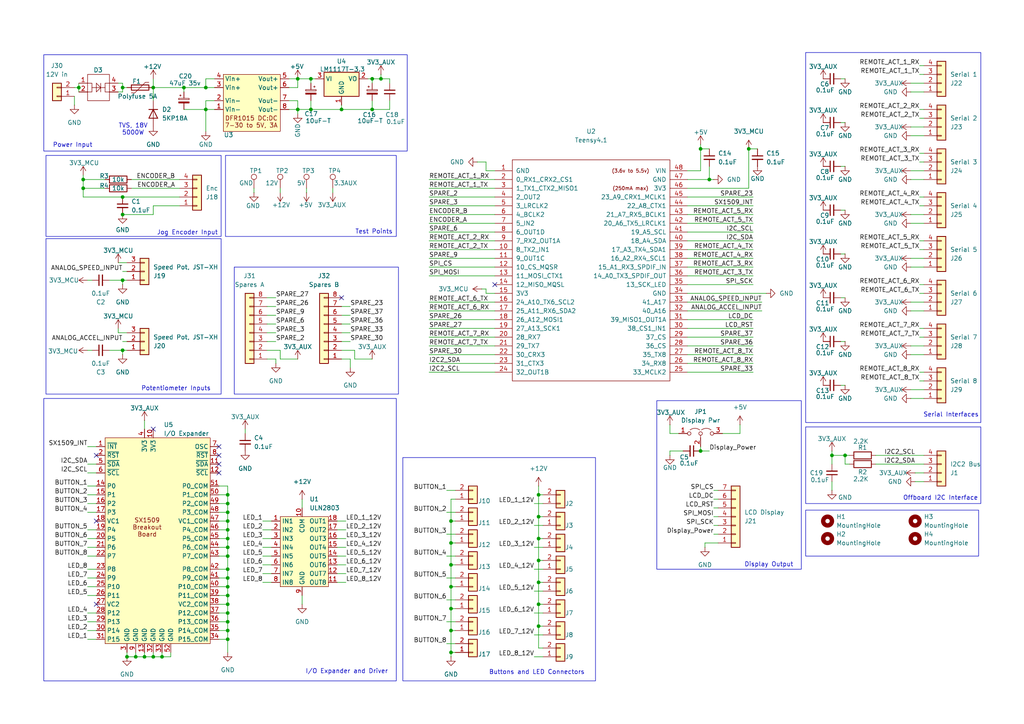
<source format=kicad_sch>
(kicad_sch (version 20250114) (generator "eeschema") (generator_version "9.0")
  (paper "A4")
  (title_block (title "Robotic Animation Controller") (date "2026-01-09") (rev "V2"))
  (rectangle (start 116.84 132.715) (end 172.72 197.485))
  (rectangle (start 233.68 123.825) (end 284.48 146.05))
  (rectangle (start 233.68 15.24) (end 284.48 122.555))
  (rectangle (start 190.5 116.205) (end 232.41 165.1))
  (rectangle (start 13.335 69.215) (end 64.135 114.3))
  (rectangle (start 233.68 147.955) (end 283.845 161.29))
  (rectangle (start 12.7 15.875) (end 118.11 43.815))
  (rectangle (start 65.405 45.085) (end 114.935 68.58))
  (rectangle (start 13.335 45.085) (end 64.135 68.58))
  (rectangle (start 67.945 77.47) (end 115.57 114.3))
  (rectangle (start 12.7 115.57) (end 114.935 197.485))
  (text "Offboard I2C Interface" (at 272.796 144.526 0) (effects (font (size 1.27 1.27))))
  (text "Display Output" (at 223.012 163.83 0) (effects (font (size 1.27 1.27))))
  (text "Buttons and LED Connectors" (at 155.702 195.072 0) (effects (font (size 1.27 1.27))))
  (text "Potentiometer Inputs" (at 51.054 112.776 0) (effects (font (size 1.27 1.27))))
  (text "TVS, 18V\n5000W" (at 38.608 37.592 0) (effects (font (size 1.27 1.27))))
  (text "Serial Interfaces" (at 275.844 120.396 0) (effects (font (size 1.27 1.27))))
  (text "Test Points" (at 108.458 67.31 0) (effects (font (size 1.27 1.27))))
  (text "Jog Encoder Input" (at 54.356 67.564 0) (effects (font (size 1.27 1.27))))
  (text "Power Input" (at 21.082 42.164 0) (effects (font (size 1.27 1.27))))
  (text "I/O Expander and Driver" (at 100.584 194.818 0) (effects (font (size 1.27 1.27))))
  (junction (at 66.04 172.72))
  (junction (at 130.81 163.83))
  (junction (at 205.74 52.07))
  (junction (at 53.34 25.4))
  (junction (at 66.04 156.21))
  (junction (at 66.04 167.64))
  (junction (at 66.04 175.26))
  (junction (at 44.45 25.4))
  (junction (at 66.04 182.88))
  (junction (at 66.04 146.05))
  (junction (at 130.81 151.13))
  (junction (at 241.3 132.08))
  (junction (at 59.69 31.75))
  (junction (at 66.04 177.8))
  (junction (at 130.81 189.23))
  (junction (at 66.04 161.29))
  (junction (at 39.37 190.5))
  (junction (at 66.04 185.42))
  (junction (at 110.49 22.86))
  (junction (at 66.04 158.75))
  (junction (at 156.21 162.56))
  (junction (at 107.95 22.86))
  (junction (at 24.13 52.07))
  (junction (at 35.56 57.15))
  (junction (at 203.2 43.18))
  (junction (at 156.21 168.91))
  (junction (at 35.56 101.6))
  (junction (at 35.56 25.4))
  (junction (at 156.21 175.26))
  (junction (at 41.91 190.5))
  (junction (at 36.83 190.5))
  (junction (at 66.04 148.59))
  (junction (at 107.95 31.75))
  (junction (at 66.04 143.51))
  (junction (at 66.04 151.13))
  (junction (at 130.81 157.48))
  (junction (at 86.36 22.86))
  (junction (at 66.04 180.34))
  (junction (at 24.13 54.61))
  (junction (at 66.04 170.18))
  (junction (at 35.56 81.28))
  (junction (at 130.81 182.88))
  (junction (at 156.21 143.51))
  (junction (at 35.56 62.23))
  (junction (at 66.04 153.67))
  (junction (at 86.36 31.75))
  (junction (at 22.86 25.4))
  (junction (at 130.81 176.53))
  (junction (at 156.21 149.86))
  (junction (at 156.21 156.21))
  (junction (at 59.69 25.4))
  (junction (at 99.06 31.75))
  (junction (at 46.99 190.5))
  (junction (at 156.21 181.61))
  (junction (at 66.04 165.1))
  (junction (at 44.45 190.5))
  (junction (at 217.17 43.18))
  (junction (at 203.2 130.81))
  (junction (at 245.11 132.08))
  (junction (at 130.81 170.18))
  (junction (at 90.17 31.75))
  (junction (at 90.17 22.86))
  (no_connect (at 99.06 86.36))
  (no_connect (at 63.5 137.16))
  (no_connect (at 143.51 82.55))
  (no_connect (at 63.5 134.62))
  (no_connect (at 27.94 175.26))
  (no_connect (at 63.5 132.08))
  (no_connect (at 27.94 132.08))
  (no_connect (at 44.45 124.46))
  (no_connect (at 27.94 151.13))
  (no_connect (at 63.5 129.54))
  (wire (pts (xy 132.08 189.23) (xy 130.81 189.23)))
  (wire (pts (xy 22.86 26.67) (xy 22.86 25.4)))
  (wire (pts (xy 217.17 54.61) (xy 217.17 43.18)))
  (wire (pts (xy 266.7 110.49) (xy 267.97 110.49)))
  (wire (pts (xy 264.16 100.33) (xy 267.97 100.33)))
  (wire (pts (xy 35.56 26.67) (xy 35.56 25.4)))
  (wire (pts (xy 63.5 153.67) (xy 66.04 153.67)))
  (wire (pts (xy 39.37 190.5) (xy 36.83 190.5)))
  (wire (pts (xy 25.4 137.16) (xy 27.94 137.16)))
  (wire (pts (xy 44.45 62.23) (xy 44.45 59.69)))
  (wire (pts (xy 241.3 139.7) (xy 241.3 142.24)))
  (wire (pts (xy 130.81 144.78) (xy 130.81 151.13)))
  (wire (pts (xy 156.21 149.86) (xy 156.21 143.51)))
  (wire (pts (xy 63.5 167.64) (xy 66.04 167.64)))
  (wire (pts (xy 34.29 76.2) (xy 36.83 76.2)))
  (wire (pts (xy 80.01 96.52) (xy 77.47 96.52)))
  (wire (pts (xy 264.16 24.13) (xy 267.97 24.13)))
  (wire (pts (xy 66.04 161.29) (xy 66.04 165.1)))
  (wire (pts (xy 124.46 52.07) (xy 143.51 52.07)))
  (wire (pts (xy 35.56 78.74) (xy 36.83 78.74)))
  (wire (pts (xy 66.04 143.51) (xy 66.04 146.05)))
  (wire (pts (xy 76.2 161.29) (xy 78.74 161.29)))
  (wire (pts (xy 101.6 88.9) (xy 99.06 88.9)))
  (wire (pts (xy 205.74 48.26) (xy 205.74 52.07)))
  (wire (pts (xy 24.13 52.07) (xy 30.48 52.07)))
  (wire (pts (xy 99.06 104.14) (xy 101.6 104.14)))
  (wire (pts (xy 132.08 182.88) (xy 130.81 182.88)))
  (wire (pts (xy 205.74 52.07) (xy 207.01 52.07)))
  (wire (pts (xy 100.33 163.83) (xy 97.79 163.83)))
  (wire (pts (xy 266.7 44.45) (xy 267.97 44.45)))
  (wire (pts (xy 156.21 168.91) (xy 156.21 162.56)))
  (wire (pts (xy 194.31 130.81) (xy 198.12 130.81)))
  (wire (pts (xy 25.4 182.88) (xy 27.94 182.88)))
  (wire (pts (xy 199.39 97.79) (xy 218.44 97.79)))
  (wire (pts (xy 203.2 41.91) (xy 203.2 43.18)))
  (wire (pts (xy 102.87 104.14) (xy 107.95 104.14)))
  (wire (pts (xy 129.54 167.64) (xy 132.08 167.64)))
  (wire (pts (xy 264.16 87.63) (xy 267.97 87.63)))
  (wire (pts (xy 266.7 34.29) (xy 267.97 34.29)))
  (wire (pts (xy 77.47 104.14) (xy 80.01 104.14)))
  (wire (pts (xy 73.66 55.88) (xy 73.66 54.61)))
  (wire (pts (xy 35.56 101.6) (xy 36.83 101.6)))
  (wire (pts (xy 266.7 21.59) (xy 267.97 21.59)))
  (wire (pts (xy 267.97 52.07) (xy 264.16 52.07)))
  (wire (pts (xy 66.04 177.8) (xy 66.04 180.34)))
  (wire (pts (xy 76.2 151.13) (xy 78.74 151.13)))
  (wire (pts (xy 203.2 43.18) (xy 205.74 43.18)))
  (wire (pts (xy 83.82 31.75) (xy 86.36 31.75)))
  (wire (pts (xy 87.63 147.32) (xy 87.63 144.78)))
  (wire (pts (xy 138.43 46.99) (xy 140.97 46.99)))
  (wire (pts (xy 156.21 143.51) (xy 156.21 140.97)))
  (wire (pts (xy 63.5 143.51) (xy 66.04 143.51)))
  (wire (pts (xy 199.39 87.63) (xy 220.98 87.63)))
  (wire (pts (xy 199.39 69.85) (xy 218.44 69.85)))
  (wire (pts (xy 66.04 158.75) (xy 66.04 161.29)))
  (wire (pts (xy 44.45 190.5) (xy 44.45 189.23)))
  (wire (pts (xy 24.13 52.07) (xy 24.13 54.61)))
  (wire (pts (xy 157.48 162.56) (xy 156.21 162.56)))
  (wire (pts (xy 99.06 101.6) (xy 102.87 101.6)))
  (wire (pts (xy 34.29 95.25) (xy 34.29 96.52)))
  (wire (pts (xy 100.33 168.91) (xy 97.79 168.91)))
  (wire (pts (xy 130.81 176.53) (xy 130.81 182.88)))
  (wire (pts (xy 25.4 170.18) (xy 27.94 170.18)))
  (wire (pts (xy 21.59 27.94) (xy 21.59 30.48)))
  (wire (pts (xy 66.04 153.67) (xy 66.04 156.21)))
  (wire (pts (xy 140.97 49.53) (xy 143.51 49.53)))
  (wire (pts (xy 245.11 132.08) (xy 246.38 132.08)))
  (wire (pts (xy 241.3 132.08) (xy 241.3 134.62)))
  (wire (pts (xy 209.55 125.73) (xy 214.63 125.73)))
  (wire (pts (xy 25.4 165.1) (xy 27.94 165.1)))
  (wire (pts (xy 203.2 130.81) (xy 205.74 130.81)))
  (wire (pts (xy 245.11 48.26) (xy 243.84 48.26)))
  (wire (pts (xy 113.03 31.75) (xy 113.03 29.21)))
  (wire (pts (xy 199.39 95.25) (xy 218.44 95.25)))
  (wire (pts (xy 199.39 54.61) (xy 217.17 54.61)))
  (wire (pts (xy 266.7 31.75) (xy 267.97 31.75)))
  (wire (pts (xy 154.94 184.15) (xy 157.48 184.15)))
  (wire (pts (xy 245.11 22.86) (xy 243.84 22.86)))
  (wire (pts (xy 31.75 101.6) (xy 35.56 101.6)))
  (wire (pts (xy 156.21 187.96) (xy 156.21 181.61)))
  (wire (pts (xy 86.36 22.86) (xy 86.36 25.4)))
  (wire (pts (xy 35.56 62.23) (xy 44.45 62.23)))
  (wire (pts (xy 63.5 148.59) (xy 66.04 148.59)))
  (wire (pts (xy 156.21 175.26) (xy 156.21 168.91)))
  (wire (pts (xy 156.21 162.56) (xy 156.21 156.21)))
  (wire (pts (xy 266.7 59.69) (xy 267.97 59.69)))
  (wire (pts (xy 81.28 55.88) (xy 81.28 54.61)))
  (wire (pts (xy 25.4 143.51) (xy 27.94 143.51)))
  (wire (pts (xy 107.95 24.13) (xy 107.95 22.86)))
  (wire (pts (xy 63.5 170.18) (xy 66.04 170.18)))
  (wire (pts (xy 101.6 104.14) (xy 101.6 106.68)))
  (wire (pts (xy 140.97 46.99) (xy 140.97 49.53)))
  (wire (pts (xy 245.11 111.76) (xy 243.84 111.76)))
  (wire (pts (xy 53.34 26.67) (xy 53.34 25.4)))
  (wire (pts (xy 157.48 168.91) (xy 156.21 168.91)))
  (wire (pts (xy 264.16 74.93) (xy 267.97 74.93)))
  (wire (pts (xy 25.4 185.42) (xy 27.94 185.42)))
  (wire (pts (xy 124.46 90.17) (xy 143.51 90.17)))
  (wire (pts (xy 207.01 152.4) (xy 208.28 152.4)))
  (wire (pts (xy 267.97 26.67) (xy 264.16 26.67)))
  (wire (pts (xy 113.03 22.86) (xy 113.03 24.13)))
  (wire (pts (xy 207.01 154.94) (xy 208.28 154.94)))
  (wire (pts (xy 199.39 90.17) (xy 220.98 90.17)))
  (wire (pts (xy 132.08 176.53) (xy 130.81 176.53)))
  (wire (pts (xy 86.36 31.75) (xy 86.36 33.02)))
  (wire (pts (xy 124.46 107.95) (xy 143.51 107.95)))
  (wire (pts (xy 66.04 148.59) (xy 66.04 151.13)))
  (wire (pts (xy 199.39 85.09) (xy 222.25 85.09)))
  (wire (pts (xy 266.7 82.55) (xy 267.97 82.55)))
  (wire (pts (xy 124.46 54.61) (xy 143.51 54.61)))
  (wire (pts (xy 25.4 134.62) (xy 27.94 134.62)))
  (wire (pts (xy 245.11 132.08) (xy 245.11 134.62)))
  (wire (pts (xy 41.91 121.92) (xy 41.91 124.46)))
  (wire (pts (xy 101.6 91.44) (xy 99.06 91.44)))
  (wire (pts (xy 36.83 189.23) (xy 36.83 190.5)))
  (wire (pts (xy 63.5 185.42) (xy 66.04 185.42)))
  (wire (pts (xy 90.17 29.21) (xy 90.17 31.75)))
  (wire (pts (xy 99.06 31.75) (xy 99.06 30.48)))
  (wire (pts (xy 35.56 57.15) (xy 52.07 57.15)))
  (wire (pts (xy 124.46 72.39) (xy 143.51 72.39)))
  (wire (pts (xy 130.81 151.13) (xy 130.81 157.48)))
  (wire (pts (xy 157.48 181.61) (xy 156.21 181.61)))
  (wire (pts (xy 203.2 43.18) (xy 203.2 49.53)))
  (wire (pts (xy 266.7 72.39) (xy 267.97 72.39)))
  (wire (pts (xy 38.1 52.07) (xy 52.07 52.07)))
  (wire (pts (xy 130.81 189.23) (xy 130.81 190.5)))
  (wire (pts (xy 22.86 24.13) (xy 22.86 25.4)))
  (wire (pts (xy 218.44 72.39) (xy 199.39 72.39)))
  (wire (pts (xy 35.56 82.55) (xy 35.56 81.28)))
  (wire (pts (xy 124.46 67.31) (xy 143.51 67.31)))
  (wire (pts (xy 86.36 22.86) (xy 90.17 22.86)))
  (wire (pts (xy 199.39 92.71) (xy 218.44 92.71)))
  (wire (pts (xy 24.13 50.8) (xy 24.13 52.07)))
  (wire (pts (xy 154.94 146.05) (xy 157.48 146.05)))
  (wire (pts (xy 34.29 96.52) (xy 36.83 96.52)))
  (wire (pts (xy 194.31 125.73) (xy 196.85 125.73)))
  (wire (pts (xy 130.81 157.48) (xy 130.81 163.83)))
  (wire (pts (xy 140.97 85.09) (xy 143.51 85.09)))
  (wire (pts (xy 154.94 171.45) (xy 157.48 171.45)))
  (wire (pts (xy 266.7 97.79) (xy 267.97 97.79)))
  (wire (pts (xy 34.29 26.67) (xy 35.56 26.67)))
  (wire (pts (xy 132.08 151.13) (xy 130.81 151.13)))
  (wire (pts (xy 245.11 86.36) (xy 243.84 86.36)))
  (wire (pts (xy 124.46 95.25) (xy 143.51 95.25)))
  (wire (pts (xy 218.44 77.47) (xy 199.39 77.47)))
  (wire (pts (xy 199.39 59.69) (xy 218.44 59.69)))
  (wire (pts (xy 267.97 115.57) (xy 264.16 115.57)))
  (wire (pts (xy 102.87 101.6) (xy 102.87 104.14)))
  (wire (pts (xy 100.33 156.21) (xy 97.79 156.21)))
  (wire (pts (xy 156.21 156.21) (xy 156.21 149.86)))
  (wire (pts (xy 266.7 95.25) (xy 267.97 95.25)))
  (wire (pts (xy 129.54 180.34) (xy 132.08 180.34)))
  (wire (pts (xy 214.63 125.73) (xy 214.63 123.19)))
  (wire (pts (xy 245.11 60.96) (xy 243.84 60.96)))
  (wire (pts (xy 91.44 22.86) (xy 90.17 22.86)))
  (wire (pts (xy 157.48 187.96) (xy 156.21 187.96)))
  (wire (pts (xy 66.04 182.88) (xy 66.04 185.42)))
  (wire (pts (xy 24.13 54.61) (xy 24.13 57.15)))
  (wire (pts (xy 130.81 182.88) (xy 130.81 189.23)))
  (wire (pts (xy 156.21 181.61) (xy 156.21 175.26)))
  (wire (pts (xy 199.39 49.53) (xy 203.2 49.53)))
  (wire (pts (xy 124.46 105.41) (xy 143.51 105.41)))
  (wire (pts (xy 100.33 153.67) (xy 97.79 153.67)))
  (wire (pts (xy 157.48 175.26) (xy 156.21 175.26)))
  (wire (pts (xy 86.36 29.21) (xy 86.36 31.75)))
  (wire (pts (xy 83.82 22.86) (xy 86.36 22.86)))
  (wire (pts (xy 199.39 57.15) (xy 218.44 57.15)))
  (wire (pts (xy 21.59 25.4) (xy 22.86 25.4)))
  (wire (pts (xy 129.54 154.94) (xy 132.08 154.94)))
  (wire (pts (xy 63.5 146.05) (xy 66.04 146.05)))
  (wire (pts (xy 124.46 102.87) (xy 143.51 102.87)))
  (wire (pts (xy 218.44 62.23) (xy 199.39 62.23)))
  (wire (pts (xy 53.34 25.4) (xy 59.69 25.4)))
  (wire (pts (xy 59.69 22.86) (xy 62.23 22.86)))
  (wire (pts (xy 66.04 151.13) (xy 66.04 153.67)))
  (wire (pts (xy 25.4 158.75) (xy 27.94 158.75)))
  (wire (pts (xy 87.63 172.72) (xy 87.63 175.26)))
  (wire (pts (xy 107.95 22.86) (xy 110.49 22.86)))
  (wire (pts (xy 66.04 146.05) (xy 66.04 148.59)))
  (wire (pts (xy 44.45 25.4) (xy 44.45 22.86)))
  (wire (pts (xy 130.81 163.83) (xy 130.81 170.18)))
  (wire (pts (xy 76.2 158.75) (xy 78.74 158.75)))
  (wire (pts (xy 59.69 29.21) (xy 62.23 29.21)))
  (wire (pts (xy 63.5 156.21) (xy 66.04 156.21)))
  (wire (pts (xy 90.17 22.86) (xy 90.17 24.13)))
  (wire (pts (xy 218.44 102.87) (xy 199.39 102.87)))
  (wire (pts (xy 218.44 64.77) (xy 199.39 64.77)))
  (wire (pts (xy 100.33 161.29) (xy 97.79 161.29)))
  (wire (pts (xy 100.33 166.37) (xy 97.79 166.37)))
  (wire (pts (xy 218.44 80.01) (xy 199.39 80.01)))
  (wire (pts (xy 245.11 134.62) (xy 246.38 134.62)))
  (wire (pts (xy 62.23 25.4) (xy 59.69 25.4)))
  (wire (pts (xy 66.04 156.21) (xy 66.04 158.75)))
  (wire (pts (xy 66.04 175.26) (xy 66.04 177.8)))
  (wire (pts (xy 35.56 24.13) (xy 35.56 25.4)))
  (wire (pts (xy 63.5 172.72) (xy 66.04 172.72)))
  (wire (pts (xy 110.49 22.86) (xy 113.03 22.86)))
  (wire (pts (xy 25.4 129.54) (xy 27.94 129.54)))
  (wire (pts (xy 241.3 132.08) (xy 245.11 132.08)))
  (wire (pts (xy 96.52 55.88) (xy 96.52 54.61)))
  (wire (pts (xy 25.4 161.29) (xy 27.94 161.29)))
  (wire (pts (xy 66.04 165.1) (xy 66.04 167.64)))
  (wire (pts (xy 207.01 149.86) (xy 208.28 149.86)))
  (wire (pts (xy 124.46 64.77) (xy 143.51 64.77)))
  (wire (pts (xy 100.33 151.13) (xy 97.79 151.13)))
  (wire (pts (xy 139.7 83.82) (xy 140.97 83.82)))
  (wire (pts (xy 38.1 54.61) (xy 52.07 54.61)))
  (wire (pts (xy 46.99 190.5) (xy 49.53 190.5)))
  (wire (pts (xy 199.39 100.33) (xy 218.44 100.33)))
  (wire (pts (xy 99.06 31.75) (xy 107.95 31.75)))
  (wire (pts (xy 199.39 107.95) (xy 218.44 107.95)))
  (wire (pts (xy 41.91 190.5) (xy 39.37 190.5)))
  (wire (pts (xy 254 134.62) (xy 267.97 134.62)))
  (wire (pts (xy 124.46 100.33) (xy 143.51 100.33)))
  (wire (pts (xy 63.5 182.88) (xy 66.04 182.88)))
  (wire (pts (xy 266.7 57.15) (xy 267.97 57.15)))
  (wire (pts (xy 46.99 189.23) (xy 46.99 190.5)))
  (wire (pts (xy 106.68 22.86) (xy 107.95 22.86)))
  (wire (pts (xy 25.4 177.8) (xy 27.94 177.8)))
  (wire (pts (xy 80.01 99.06) (xy 77.47 99.06)))
  (wire (pts (xy 245.11 73.66) (xy 243.84 73.66)))
  (wire (pts (xy 194.31 132.08) (xy 194.31 130.81)))
  (wire (pts (xy 203.2 129.54) (xy 203.2 130.81)))
  (wire (pts (xy 266.7 69.85) (xy 267.97 69.85)))
  (wire (pts (xy 59.69 31.75) (xy 62.23 31.75)))
  (wire (pts (xy 132.08 144.78) (xy 130.81 144.78)))
  (wire (pts (xy 129.54 142.24) (xy 132.08 142.24)))
  (wire (pts (xy 66.04 167.64) (xy 66.04 170.18)))
  (wire (pts (xy 266.7 19.05) (xy 267.97 19.05)))
  (wire (pts (xy 132.08 170.18) (xy 130.81 170.18)))
  (wire (pts (xy 80.01 104.14) (xy 80.01 105.41)))
  (wire (pts (xy 265.43 137.16) (xy 267.97 137.16)))
  (wire (pts (xy 66.04 140.97) (xy 66.04 143.51)))
  (wire (pts (xy 44.45 190.5) (xy 46.99 190.5)))
  (wire (pts (xy 110.49 21.59) (xy 110.49 22.86)))
  (wire (pts (xy 53.34 31.75) (xy 59.69 31.75)))
  (wire (pts (xy 81.28 104.14) (xy 86.36 104.14)))
  (wire (pts (xy 129.54 173.99) (xy 132.08 173.99)))
  (wire (pts (xy 124.46 74.93) (xy 143.51 74.93)))
  (wire (pts (xy 157.48 149.86) (xy 156.21 149.86)))
  (wire (pts (xy 86.36 31.75) (xy 90.17 31.75)))
  (wire (pts (xy 199.39 67.31) (xy 218.44 67.31)))
  (wire (pts (xy 130.81 170.18) (xy 130.81 176.53)))
  (wire (pts (xy 81.28 101.6) (xy 77.47 101.6)))
  (wire (pts (xy 63.5 151.13) (xy 66.04 151.13)))
  (wire (pts (xy 194.31 123.19) (xy 194.31 125.73)))
  (wire (pts (xy 107.95 31.75) (xy 107.95 29.21)))
  (wire (pts (xy 265.43 139.7) (xy 267.97 139.7)))
  (wire (pts (xy 207.01 142.24) (xy 208.28 142.24)))
  (wire (pts (xy 124.46 59.69) (xy 143.51 59.69)))
  (wire (pts (xy 199.39 52.07) (xy 205.74 52.07)))
  (wire (pts (xy 90.17 31.75) (xy 99.06 31.75)))
  (wire (pts (xy 129.54 186.69) (xy 132.08 186.69)))
  (wire (pts (xy 63.5 161.29) (xy 66.04 161.29)))
  (wire (pts (xy 41.91 190.5) (xy 41.91 189.23)))
  (wire (pts (xy 63.5 175.26) (xy 66.04 175.26)))
  (wire (pts (xy 264.16 113.03) (xy 267.97 113.03)))
  (wire (pts (xy 204.47 158.75) (xy 204.47 157.48)))
  (wire (pts (xy 132.08 157.48) (xy 130.81 157.48)))
  (wire (pts (xy 140.97 83.82) (xy 140.97 85.09)))
  (wire (pts (xy 24.13 54.61) (xy 30.48 54.61)))
  (wire (pts (xy 267.97 102.87) (xy 264.16 102.87)))
  (wire (pts (xy 25.4 140.97) (xy 27.94 140.97)))
  (wire (pts (xy 129.54 161.29) (xy 132.08 161.29)))
  (wire (pts (xy 154.94 190.5) (xy 157.48 190.5)))
  (wire (pts (xy 266.7 85.09) (xy 267.97 85.09)))
  (wire (pts (xy 81.28 104.14) (xy 81.28 101.6)))
  (wire (pts (xy 199.39 82.55) (xy 218.44 82.55)))
  (wire (pts (xy 88.9 55.88) (xy 88.9 54.61)))
  (wire (pts (xy 154.94 165.1) (xy 157.48 165.1)))
  (wire (pts (xy 124.46 80.01) (xy 143.51 80.01)))
  (wire (pts (xy 264.16 62.23) (xy 267.97 62.23)))
  (wire (pts (xy 267.97 90.17) (xy 264.16 90.17)))
  (wire (pts (xy 241.3 130.81) (xy 241.3 132.08)))
  (wire (pts (xy 245.11 99.06) (xy 243.84 99.06)))
  (wire (pts (xy 124.46 77.47) (xy 143.51 77.47)))
  (wire (pts (xy 76.2 163.83) (xy 78.74 163.83)))
  (wire (pts (xy 63.5 177.8) (xy 66.04 177.8)))
  (wire (pts (xy 101.6 96.52) (xy 99.06 96.52)))
  (wire (pts (xy 66.04 170.18) (xy 66.04 172.72)))
  (wire (pts (xy 25.4 146.05) (xy 27.94 146.05)))
  (wire (pts (xy 63.5 180.34) (xy 66.04 180.34)))
  (wire (pts (xy 35.56 25.4) (xy 36.83 25.4)))
  (wire (pts (xy 80.01 91.44) (xy 77.47 91.44)))
  (wire (pts (xy 80.01 93.98) (xy 77.47 93.98)))
  (wire (pts (xy 157.48 156.21) (xy 156.21 156.21)))
  (wire (pts (xy 44.45 25.4) (xy 53.34 25.4)))
  (wire (pts (xy 31.75 81.28) (xy 35.56 81.28)))
  (wire (pts (xy 66.04 180.34) (xy 66.04 182.88)))
  (wire (pts (xy 124.46 62.23) (xy 143.51 62.23)))
  (wire (pts (xy 129.54 148.59) (xy 132.08 148.59)))
  (wire (pts (xy 107.95 31.75) (xy 113.03 31.75)))
  (wire (pts (xy 83.82 25.4) (xy 86.36 25.4)))
  (wire (pts (xy 59.69 38.1) (xy 59.69 31.75)))
  (wire (pts (xy 59.69 25.4) (xy 59.69 22.86)))
  (wire (pts (xy 204.47 157.48) (xy 208.28 157.48)))
  (wire (pts (xy 267.97 64.77) (xy 264.16 64.77)))
  (wire (pts (xy 35.56 81.28) (xy 36.83 81.28)))
  (wire (pts (xy 124.46 69.85) (xy 143.51 69.85)))
  (wire (pts (xy 266.7 107.95) (xy 267.97 107.95)))
  (wire (pts (xy 264.16 36.83) (xy 267.97 36.83)))
  (wire (pts (xy 39.37 190.5) (xy 39.37 189.23)))
  (wire (pts (xy 101.6 99.06) (xy 99.06 99.06)))
  (wire (pts (xy 100.33 158.75) (xy 97.79 158.75)))
  (wire (pts (xy 264.16 49.53) (xy 267.97 49.53)))
  (wire (pts (xy 76.2 153.67) (xy 78.74 153.67)))
  (wire (pts (xy 124.46 97.79) (xy 143.51 97.79)))
  (wire (pts (xy 24.13 57.15) (xy 35.56 57.15)))
  (wire (pts (xy 76.2 166.37) (xy 78.74 166.37)))
  (wire (pts (xy 157.48 143.51) (xy 156.21 143.51)))
  (wire (pts (xy 218.44 105.41) (xy 199.39 105.41)))
  (wire (pts (xy 63.5 165.1) (xy 66.04 165.1)))
  (wire (pts (xy 245.11 35.56) (xy 243.84 35.56)))
  (wire (pts (xy 63.5 140.97) (xy 66.04 140.97)))
  (wire (pts (xy 80.01 86.36) (xy 77.47 86.36)))
  (wire (pts (xy 25.4 81.28) (xy 26.67 81.28)))
  (wire (pts (xy 44.45 59.69) (xy 52.07 59.69)))
  (wire (pts (xy 154.94 177.8) (xy 157.48 177.8)))
  (wire (pts (xy 267.97 39.37) (xy 264.16 39.37)))
  (wire (pts (xy 76.2 168.91) (xy 78.74 168.91)))
  (wire (pts (xy 207.01 144.78) (xy 208.28 144.78)))
  (wire (pts (xy 41.91 190.5) (xy 44.45 190.5)))
  (wire (pts (xy 25.4 148.59) (xy 27.94 148.59)))
  (wire (pts (xy 80.01 88.9) (xy 77.47 88.9)))
  (wire (pts (xy 154.94 158.75) (xy 157.48 158.75)))
  (wire (pts (xy 66.04 172.72) (xy 66.04 175.26)))
  (wire (pts (xy 124.46 92.71) (xy 143.51 92.71)))
  (wire (pts (xy 71.12 125.73) (xy 71.12 124.46)))
  (wire (pts (xy 25.4 180.34) (xy 27.94 180.34)))
  (wire (pts (xy 266.7 46.99) (xy 267.97 46.99)))
  (wire (pts (xy 25.4 156.21) (xy 27.94 156.21)))
  (wire (pts (xy 83.82 29.21) (xy 86.36 29.21)))
  (wire (pts (xy 124.46 87.63) (xy 143.51 87.63)))
  (wire (pts (xy 44.45 29.21) (xy 44.45 25.4)))
  (wire (pts (xy 254 132.08) (xy 267.97 132.08)))
  (wire (pts (xy 49.53 189.23) (xy 49.53 190.5)))
  (wire (pts (xy 25.4 101.6) (xy 26.67 101.6)))
  (wire (pts (xy 267.97 77.47) (xy 264.16 77.47)))
  (wire (pts (xy 25.4 153.67) (xy 27.94 153.67)))
  (wire (pts (xy 34.29 24.13) (xy 35.56 24.13)))
  (wire (pts (xy 35.56 102.87) (xy 35.56 101.6)))
  (wire (pts (xy 207.01 147.32) (xy 208.28 147.32)))
  (wire (pts (xy 66.04 185.42) (xy 66.04 189.23)))
  (wire (pts (xy 25.4 167.64) (xy 27.94 167.64)))
  (wire (pts (xy 59.69 31.75) (xy 59.69 29.21)))
  (wire (pts (xy 218.44 74.93) (xy 199.39 74.93)))
  (wire (pts (xy 154.94 152.4) (xy 157.48 152.4)))
  (wire (pts (xy 76.2 156.21) (xy 78.74 156.21)))
  (wire (pts (xy 124.46 57.15) (xy 143.51 57.15)))
  (wire (pts (xy 35.56 99.06) (xy 36.83 99.06)))
  (wire (pts (xy 132.08 163.83) (xy 130.81 163.83)))
  (wire (pts (xy 63.5 158.75) (xy 66.04 158.75)))
  (wire (pts (xy 219.71 43.18) (xy 217.17 43.18)))
  (wire (pts (xy 101.6 93.98) (xy 99.06 93.98)))
  (wire (pts (xy 25.4 172.72) (xy 27.94 172.72)))
  (label "REMOTE_ACT_8_RX" (at 218.44 105.41 180))
  (label "SPARE_37" (at 218.44 97.79 180))
  (label "LED_1" (at 76.2 151.13 180))
  (label "REMOTE_ACT_3_TX" (at 218.44 80.01 180))
  (label "Display_Power" (at 207.01 154.94 180))
  (label "BUTTON_6" (at 25.4 156.21 180))
  (label "REMOTE_ACT_7_TX" (at 124.46 100.33 0))
  (label "LED_4" (at 25.4 177.8 180))
  (label "LCD_DC" (at 207.01 144.78 180))
  (label "LED_5" (at 76.2 161.29 180))
  (label "REMOTE_ACT_8_TX" (at 266.7 110.49 180))
  (label "I2C_SDA" (at 25.4 134.62 180))
  (label "BUTTON_2" (at 129.54 148.59 180))
  (label "REMOTE_ACT_1_RX" (at 124.46 52.07 0))
  (label "SPARE_9" (at 124.46 74.93 0))
  (label "LED_7_12V" (at 154.94 184.15 180))
  (label "REMOTE_ACT_3_RX" (at 218.44 77.47 180))
  (label "LED_6_12V" (at 154.94 177.8 180))
  (label "BUTTON_7" (at 25.4 158.75 180))
  (label "ENCODER_B" (at 50.8 52.07 180))
  (label "SPI_CS" (at 207.01 142.24 180))
  (label "BUTTON_5" (at 129.54 167.64 180))
  (label "BUTTON_2" (at 25.4 143.51 180))
  (label "REMOTE_ACT_4_RX" (at 266.7 57.15 180))
  (label "BUTTON_3" (at 129.54 154.94 180))
  (label "I2C_SCL" (at 25.4 137.16 180))
  (label "REMOTE_ACT_2_TX" (at 266.7 34.29 180))
  (label "REMOTE_ACT_5_RX" (at 218.44 62.23 180))
  (label "SPI_MOSI" (at 207.01 149.86 180))
  (label "BUTTON_1" (at 25.4 140.97 180))
  (label "REMOTE_ACT_1_TX" (at 266.7 21.59 180))
  (label "BUTTON_8" (at 25.4 161.29 180))
  (label "REMOTE_ACT_3_TX" (at 266.7 46.99 180))
  (label "SPARE_3" (at 124.46 59.69 0))
  (label "LED_2_12V" (at 154.94 152.4 180))
  (label "REMOTE_ACT_6_RX" (at 266.7 82.55 180))
  (label "SPARE_6" (at 80.01 93.98 0))
  (label "SPARE_37" (at 101.6 91.44 0))
  (label "REMOTE_ACT_8_TX" (at 218.44 102.87 180))
  (label "LED_4_12V" (at 100.33 158.75 0))
  (label "SPARE_6" (at 124.46 67.31 0))
  (label "LED_8_12V" (at 154.94 190.5 180))
  (label "LED_1" (at 25.4 185.42 180))
  (label "LCD_RST" (at 218.44 95.25 180))
  (label "SPARE_36" (at 101.6 93.98 0))
  (label "SPARE_30" (at 101.6 99.06 0))
  (label "LED_7" (at 25.4 167.64 180))
  (label "SPARE_30" (at 124.46 102.87 0))
  (label "REMOTE_ACT_6_TX" (at 266.7 85.09 180))
  (label "BUTTON_1" (at 129.54 142.24 180))
  (label "LED_2" (at 76.2 153.67 180))
  (label "REMOTE_ACT_7_RX" (at 266.7 95.25 180))
  (label "ENCODER_A" (at 124.46 64.77 0))
  (label "LED_3" (at 25.4 180.34 180))
  (label "SPI_CS" (at 124.46 77.47 0))
  (label "I2C2_SCL" (at 265.43 132.08 180))
  (label "REMOTE_ACT_3_RX" (at 266.7 44.45 180))
  (label "LED_3" (at 76.2 156.21 180))
  (label "REMOTE_ACT_5_TX" (at 266.7 72.39 180))
  (label "I2C2_SDA" (at 265.43 134.62 180))
  (label "REMOTE_ACT_4_TX" (at 266.7 59.69 180))
  (label "SPARE_26" (at 80.01 88.9 0))
  (label "SPARE_23" (at 101.6 88.9 0))
  (label "SPARE_36" (at 218.44 100.33 180))
  (label "REMOTE_ACT_6_TX" (at 124.46 87.63 0))
  (label "SX1509_INT" (at 25.4 129.54 180))
  (label "LED_7_12V" (at 100.33 166.37 0))
  (label "LED_8_12V" (at 100.33 168.91 0))
  (label "BUTTON_8" (at 129.54 186.69 180))
  (label "LED_1_12V" (at 154.94 146.05 180))
  (label "Display_Power" (at 205.74 130.81 0))
  (label "REMOTE_ACT_4_RX" (at 218.44 74.93 180))
  (label "SX1509_INT" (at 218.44 59.69 180))
  (label "LED_6_12V" (at 100.33 163.83 0))
  (label "SPARE_2" (at 124.46 57.15 0))
  (label "ENCODER_A" (at 50.8 54.61 180))
  (label "LED_5" (at 25.4 172.72 180))
  (label "BUTTON_4" (at 129.54 161.29 180))
  (label "ANALOG_SPEED_INPUT" (at 35.56 78.74 180))
  (label "LED_3_12V" (at 154.94 158.75 180))
  (label "ANALOG_ACCEL_INPUT" (at 35.56 99.06 180))
  (label "LED_3_12V" (at 100.33 156.21 0))
  (label "LED_8" (at 76.2 168.91 180))
  (label "REMOTE_ACT_6_RX" (at 124.46 90.17 0))
  (label "LCD_RST" (at 207.01 147.32 180))
  (label "LED_6" (at 25.4 170.18 180))
  (label "LED_8" (at 25.4 165.1 180))
  (label "I2C2_SCL" (at 124.46 107.95 0))
  (label "BUTTON_4" (at 25.4 148.59 180))
  (label "SPARE_26" (at 124.46 92.71 0))
  (label "REMOTE_ACT_2_TX" (at 124.46 72.39 0))
  (label "REMOTE_ACT_1_TX" (at 124.46 54.61 0))
  (label "ENCODER_B" (at 124.46 62.23 0))
  (label "REMOTE_ACT_7_TX" (at 266.7 97.79 180))
  (label "I2C_SDA" (at 218.44 69.85 180))
  (label "LED_4" (at 76.2 158.75 180))
  (label "BUTTON_7" (at 129.54 180.34 180))
  (label "REMOTE_ACT_2_RX" (at 124.46 69.85 0))
  (label "BUTTON_6" (at 129.54 173.99 180))
  (label "LED_5_12V" (at 100.33 161.29 0))
  (label "SPARE_33" (at 218.44 107.95 180))
  (label "SPARE_27" (at 80.01 86.36 0))
  (label "I2C2_SDA" (at 124.46 105.41 0))
  (label "REMOTE_ACT_7_RX" (at 124.46 97.79 0))
  (label "LED_2" (at 25.4 182.88 180))
  (label "SPARE_27" (at 124.46 95.25 0))
  (label "SPARE_23" (at 218.44 57.15 180))
  (label "ANALOG_ACCEL_INPUT" (at 220.98 90.17 180))
  (label "LED_2_12V" (at 100.33 153.67 0))
  (label "SPARE_33" (at 101.6 96.52 0))
  (label "SPARE_2" (at 80.01 99.06 0))
  (label "I2C_SCL" (at 218.44 67.31 180))
  (label "LCD_DC" (at 218.44 92.71 180))
  (label "LED_6" (at 76.2 163.83 180))
  (label "LED_1_12V" (at 100.33 151.13 0))
  (label "BUTTON_3" (at 25.4 146.05 180))
  (label "SPI_SCK" (at 207.01 152.4 180))
  (label "REMOTE_ACT_2_RX" (at 266.7 31.75 180))
  (label "SPI_SCK" (at 218.44 82.55 180))
  (label "REMOTE_ACT_4_TX" (at 218.44 72.39 180))
  (label "REMOTE_ACT_5_TX" (at 218.44 64.77 180))
  (label "SPARE_9" (at 80.01 91.44 0))
  (label "REMOTE_ACT_1_RX" (at 266.7 19.05 180))
  (label "SPARE_3" (at 80.01 96.52 0))
  (label "SPI_MOSI" (at 124.46 80.01 0))
  (label "REMOTE_ACT_8_RX" (at 266.7 107.95 180))
  (label "ANALOG_SPEED_INPUT" (at 220.98 87.63 180))
  (label "LED_5_12V" (at 154.94 171.45 180))
  (label "REMOTE_ACT_5_RX" (at 266.7 69.85 180))
  (label "LED_4_12V" (at 154.94 165.1 180))
  (label "BUTTON_5" (at 25.4 153.67 180))
  (label "LED_7" (at 76.2 166.37 180))
  (symbol (lib_id "Device:C_Small") (at 241.3 137.16 180) (unit 1)
    (property "Reference" "C19" (at 238.76 137.16 0) (effects (justify left)))
    (property "Value" "0.1uF" (at 240.538 139.192 0) (effects (justify left)))
    (property "Footprint" "Capacitor_THT:C_Disc_D5.1mm_W3.2mm_P5.00mm" (effects (hide yes)))
    (property "Description" "Unpolarized capacitor, small symbol" (effects (hide yes)))
  )
  (symbol (lib_id "power:GND") (at 71.12 130.81 0) (unit 1)
    (property "Reference" "#PWR048" (effects (hide yes)))
    (property "Value" "GND" (at 71.12 135.89 0))
    (property "Description" "Power symbol creates a global label with name \"GND\" , ground" (effects (hide yes)))
  )
  (symbol (lib_id "Connector_Generic:Conn_01x02") (at 162.56 152.4 0) (mirror x) (unit 1)
    (property "Reference" "J3" (at 165.1 152.4 0))
    (property "Value" "Conn_01x02" (effects (hide yes)))
    (property "Footprint" "Connector_JST:JST_XH_B2B-XH-A_1x02_P2.50mm_Vertical" (effects (hide yes)))
    (property "Description" "Generic connector, single row, 01x02, script generated (kicad-library-utils/schlib/autogen/connector/)" (effects (hide yes)))
  )
  (symbol (lib_id "Connector_Generic:Conn_01x04") (at 273.05 87.63 0) (mirror x) (unit 1)
    (property "Reference" "J27" (at 275.59 87.6301 0) (effects (justify left)))
    (property "Value" "Serial 6" (at 275.59 85.0901 0) (effects (justify left)))
    (property "Footprint" "Connector_JST:JST_XH_B4B-XH-A_1x04_P2.50mm_Vertical" (effects (hide yes)))
    (property "Description" "Generic connector, single row, 01x04, script generated (kicad-library-utils/schlib/autogen/connector/)" (effects (hide yes)))
  )
  (symbol (lib_id "Connector_Generic:Conn_01x02") (at 137.16 151.13 0) (mirror x) (unit 1)
    (property "Reference" "J11" (at 140.462 151.638 0))
    (property "Value" "Conn_01x02" (effects (hide yes)))
    (property "Footprint" "Connector_JST:JST_XH_B2B-XH-A_1x02_P2.50mm_Vertical" (effects (hide yes)))
    (property "Description" "Generic connector, single row, 01x02, script generated (kicad-library-utils/schlib/autogen/connector/)" (effects (hide yes)))
  )
  (symbol (lib_id "Connector_Generic:Conn_01x04") (at 273.05 62.23 0) (mirror x) (unit 1)
    (property "Reference" "J25" (at 275.59 62.2301 0) (effects (justify left)))
    (property "Value" "Serial 4" (at 275.59 59.6901 0) (effects (justify left)))
    (property "Footprint" "Connector_JST:JST_XH_B4B-XH-A_1x04_P2.50mm_Vertical" (effects (hide yes)))
    (property "Description" "Generic connector, single row, 01x04, script generated (kicad-library-utils/schlib/autogen/connector/)" (effects (hide yes)))
  )
  (symbol (lib_id "Connector:TestPoint") (at 88.9 54.61 0) (unit 1)
    (property "Reference" "TP3" (at 87.63 49.53 0) (effects (justify left)))
    (property "Value" "5V" (at 86.106 53.086 0) (effects (justify left)))
    (property "Footprint" "TestPoint:TestPoint_Plated_Hole_D2.0mm" (effects (hide yes)))
    (property "Description" "test point" (effects (hide yes)))
  )
  (symbol (lib_id "Joe_Mohos_Symbols:3V3_AUX") (at 264.16 49.53 90) (unit 1)
    (property "Reference" "#PWR040" (effects (hide yes)))
    (property "Value" "3V3_AUX" (at 257.81 49.53 90))
    (property "Description" "Power symbol creates a global label with name \"3V3_AUX\"" (effects (hide yes)))
  )
  (symbol (lib_id "Joe_Mohos_Symbols:SX1509_Breakout_Board") (at 30.48 125.73 0) (unit 1)
    (property "Reference" "U5" (at 47.498 123.19 0) (effects (justify left)))
    (property "Value" "I/O Expander" (at 47.498 125.73 0) (effects (justify left)))
    (property "Footprint" "1_Joe_Footprints:SX1509_Breakout_Board" (effects (hide yes)))
  )
  (symbol (lib_id "power:GND") (at 86.36 33.02 0) (unit 1)
    (property "Reference" "#PWR013" (effects (hide yes)))
    (property "Value" "GND" (at 86.36 35.814 90) (effects (justify right)))
    (property "Description" "Power symbol creates a global label with name \"GND\" , ground" (effects (hide yes)))
  )
  (symbol (lib_id "Joe_Mohos_Symbols:3V3_AUX") (at 238.76 60.96 0) (unit 1)
    (property "Reference" "#PWR052" (effects (hide yes)))
    (property "Value" "3V3_AUX" (at 238.76 57.404 0))
    (property "Description" "Power symbol creates a global label with name \"3V3_AUX\"" (effects (hide yes)))
  )
  (symbol (lib_id "Connector_Generic:Conn_01x02") (at 162.56 171.45 0) (mirror x) (unit 1)
    (property "Reference" "J6" (at 165.1 171.45 0))
    (property "Value" "Conn_01x02" (effects (hide yes)))
    (property "Footprint" "Connector_JST:JST_XH_B2B-XH-A_1x02_P2.50mm_Vertical" (effects (hide yes)))
    (property "Description" "Generic connector, single row, 01x02, script generated (kicad-library-utils/schlib/autogen/connector/)" (effects (hide yes)))
  )
  (symbol (lib_id "power:+12V") (at 44.45 22.86 0) (unit 1)
    (property "Reference" "#PWR011" (effects (hide yes)))
    (property "Value" "+12V" (at 44.196 19.304 0))
    (property "Description" "Power symbol creates a global label with name \"+12V\"" (effects (hide yes)))
  )
  (symbol (lib_id "power:GND") (at 36.83 190.5 0) (unit 1)
    (property "Reference" "#PWR075" (effects (hide yes)))
    (property "Value" "GND" (at 36.83 195.58 0))
    (property "Description" "Power symbol creates a global label with name \"GND\" , ground" (effects (hide yes)))
  )
  (symbol (lib_id "Mechanical:MountingHole") (at 265.43 151.13 0) (unit 1) (exclude_from_sim yes) (in_bom no)
    (property "Reference" "H3" (at 267.97 149.8599 0) (effects (justify left)))
    (property "Value" "MountingHole" (at 267.97 152.3999 0) (effects (justify left)))
    (property "Footprint" "MountingHole:MountingHole_3.2mm_M3" (effects (hide yes)))
    (property "Description" "Mounting Hole without connection" (effects (hide yes)))
  )
  (symbol (lib_id "Joe_Mohos_Symbols:3V3_AUX") (at 264.16 87.63 90) (unit 1)
    (property "Reference" "#PWR034" (effects (hide yes)))
    (property "Value" "3V3_AUX" (at 257.81 87.63 90))
    (property "Description" "Power symbol creates a global label with name \"3V3_AUX\"" (effects (hide yes)))
  )
  (symbol (lib_id "power:+12V") (at 156.21 140.97 0) (unit 1)
    (property "Reference" "#PWR018" (effects (hide yes)))
    (property "Value" "+12V" (at 156.21 135.89 0))
    (property "Description" "Power symbol creates a global label with name \"+12V\"" (effects (hide yes)))
  )
  (symbol (lib_id "Device:C_Small") (at 35.56 59.69 0) (unit 1)
    (property "Reference" "C1" (at 38.1 58.4262 0) (effects (justify left)))
    (property "Value" "0.1uF" (at 38.1 60.9662 0) (effects (justify left)))
    (property "Footprint" "Capacitor_THT:C_Disc_D5.1mm_W3.2mm_P5.00mm" (effects (hide yes)))
    (property "Description" "Unpolarized capacitor, small symbol" (effects (hide yes)))
  )
  (symbol (lib_id "power:GND") (at 138.43 46.99 270) (unit 1)
    (property "Reference" "#PWR01" (effects (hide yes)))
    (property "Value" "GND" (at 134.62 46.9899 90) (effects (justify right)))
    (property "Description" "Power symbol creates a global label with name \"GND\" , ground" (effects (hide yes)))
  )
  (symbol (lib_id "Connector_Generic:Conn_01x02") (at 162.56 190.5 0) (mirror x) (unit 1)
    (property "Reference" "J9" (at 165.1 190.5 0))
    (property "Value" "Conn_01x02" (effects (hide yes)))
    (property "Footprint" "Connector_JST:JST_XH_B2B-XH-A_1x02_P2.50mm_Vertical" (effects (hide yes)))
    (property "Description" "Generic connector, single row, 01x02, script generated (kicad-library-utils/schlib/autogen/connector/)" (effects (hide yes)))
  )
  (symbol (lib_id "Joe_Mohos_Symbols:3V3_AUX") (at 86.36 104.14 0) (unit 1)
    (property "Reference" "#PWR019" (effects (hide yes)))
    (property "Value" "3V3_AUX" (at 86.36 100.584 0))
    (property "Description" "Power symbol creates a global label with name \"3V3_AUX\"" (effects (hide yes)))
  )
  (symbol (lib_id "Device:R") (at 250.19 134.62 270) (unit 1)
    (property "Reference" "R2" (at 250.19 136.906 90))
    (property "Value" "2.2K" (at 249.682 138.938 90))
    (property "Footprint" "Resistor_THT:R_Axial_DIN0207_L6.3mm_D2.5mm_P10.16mm_Horizontal" (effects (hide yes)))
    (property "Description" "Resistor" (effects (hide yes)))
  )
  (symbol (lib_id "power:GND") (at 264.16 39.37 270) (mirror x) (unit 1)
    (property "Reference" "#PWR033" (effects (hide yes)))
    (property "Value" "GND" (at 260.35 39.3699 90) (effects (justify right)))
    (property "Description" "Power symbol creates a global label with name \"GND\" , ground" (effects (hide yes)))
  )
  (symbol (lib_id "Joe_Mohos_Symbols:3V3_AUX") (at 264.16 113.03 90) (unit 1)
    (property "Reference" "#PWR030" (effects (hide yes)))
    (property "Value" "3V3_AUX" (at 257.81 113.03 90))
    (property "Description" "Power symbol creates a global label with name \"3V3_AUX\"" (effects (hide yes)))
  )
  (symbol (lib_id "Joe_Mohos_Symbols:3V3_AUX") (at 238.76 111.76 0) (unit 1)
    (property "Reference" "#PWR060" (effects (hide yes)))
    (property "Value" "3V3_AUX" (at 238.76 108.204 0))
    (property "Description" "Power symbol creates a global label with name \"3V3_AUX\"" (effects (hide yes)))
  )
  (symbol (lib_id "Connector_Generic:Conn_01x08") (at 72.39 96.52 180) (unit 1)
    (property "Reference" "J31" (at 72.39 80.01 0))
    (property "Value" "Spares A" (at 72.39 82.55 0))
    (property "Footprint" "Connector_JST:JST_XH_B8B-XH-A_1x08_P2.50mm_Vertical" (effects (hide yes)))
    (property "Description" "Generic connector, single row, 01x08, script generated (kicad-library-utils/schlib/autogen/connector/)" (effects (hide yes)))
  )
  (symbol (lib_id "Connector_Generic:Conn_01x07") (at 213.36 149.86 0) (mirror x) (unit 1)
    (property "Reference" "J21" (at 215.9 151.1301 0) (effects (justify left)))
    (property "Value" "LCD Display" (at 215.9 148.5901 0) (effects (justify left)))
    (property "Footprint" "Connector_JST:JST_XH_B7B-XH-A_1x07_P2.50mm_Vertical" (effects (hide yes)))
    (property "Description" "Generic connector, single row, 01x07, script generated (kicad-library-utils/schlib/autogen/connector/)" (effects (hide yes)))
  )
  (symbol (lib_id "power:GND") (at 265.43 139.7 270) (mirror x) (unit 1)
    (property "Reference" "#PWR069" (effects (hide yes)))
    (property "Value" "GND" (at 261.62 139.6999 90) (effects (justify right)))
    (property "Description" "Power symbol creates a global label with name \"GND\" , ground" (effects (hide yes)))
  )
  (symbol (lib_id "Connector_Generic:Conn_01x02") (at 162.56 165.1 0) (mirror x) (unit 1)
    (property "Reference" "J5" (at 165.1 165.1 0))
    (property "Value" "Conn_01x02" (effects (hide yes)))
    (property "Footprint" "Connector_JST:JST_XH_B2B-XH-A_1x02_P2.50mm_Vertical" (effects (hide yes)))
    (property "Description" "Generic connector, single row, 01x02, script generated (kicad-library-utils/schlib/autogen/connector/)" (effects (hide yes)))
  )
  (symbol (lib_id "Connector_Generic:Conn_01x02") (at 16.51 27.94 180) (unit 1)
    (property "Reference" "J30" (at 16.51 19.05 0))
    (property "Value" "12V in" (at 16.51 21.59 0))
    (property "Footprint" "Connector_JST:JST_XH_B2B-XH-AM_1x02_P2.50mm_Vertical" (effects (hide yes)))
    (property "Description" "Generic connector, single row, 01x02, script generated (kicad-library-utils/schlib/autogen/connector/)" (effects (hide yes)))
  )
  (symbol (lib_id "Joe_Mohos_Symbols:3V3_MCU") (at 139.7 83.82 90) (unit 1)
    (property "Reference" "#PWR066" (effects (hide yes)))
    (property "Value" "3V3_MCU" (at 135.89 83.8199 90) (effects (justify left)))
    (property "Description" "Power symbol creates a global label with name \"+3.3V\"" (effects (hide yes)))
  )
  (symbol (lib_id "power:+5V") (at 86.36 22.86 0) (unit 1)
    (property "Reference" "#PWR014" (effects (hide yes)))
    (property "Value" "+5V" (at 86.106 19.304 0))
    (property "Description" "Power symbol creates a global label with name \"+5V\"" (effects (hide yes)))
  )
  (symbol (lib_id "Device:C_Small") (at 205.74 45.72 0) (unit 1)
    (property "Reference" "C14" (at 208.28 44.4562 0) (effects (justify left)))
    (property "Value" "0.1uF" (at 208.28 46.9962 0) (effects (justify left)))
    (property "Footprint" "Capacitor_THT:C_Disc_D5.1mm_W3.2mm_P5.00mm" (effects (hide yes)))
    (property "Description" "Unpolarized capacitor, small symbol" (effects (hide yes)))
  )
  (symbol (lib_id "Device:C_Small") (at 241.3 35.56 90) (unit 1)
    (property "Reference" "C7" (at 240.538 37.084 90) (effects (justify left)))
    (property "Value" "0.1uF" (at 242.062 38.862 90) (effects (justify left)))
    (property "Footprint" "Capacitor_THT:C_Disc_D5.1mm_W3.2mm_P5.00mm" (effects (hide yes)))
    (property "Description" "Unpolarized capacitor, small symbol" (effects (hide yes)))
  )
  (symbol (lib_id "Connector_Generic:Conn_01x03") (at 41.91 99.06 0) (mirror x) (unit 1)
    (property "Reference" "J20" (at 44.45 100.3301 0) (effects (justify left)))
    (property "Value" "Speed Pot, JST-XH" (at 44.45 97.7901 0) (effects (justify left)))
    (property "Footprint" "Connector_JST:JST_XH_B3B-XH-A_1x03_P2.50mm_Vertical" (effects (hide yes)))
    (property "Description" "Generic connector, single row, 01x03, script generated (kicad-library-utils/schlib/autogen/connector/)" (effects (hide yes)))
  )
  (symbol (lib_id "power:GND") (at 241.3 142.24 0) (mirror y) (unit 1)
    (property "Reference" "#PWR064" (effects (hide yes)))
    (property "Value" "GND" (at 245.11 144.272 0))
    (property "Description" "Power symbol creates a global label with name \"GND\" , ground" (effects (hide yes)))
  )
  (symbol (lib_id "power:GND") (at 44.45 36.83 0) (unit 1)
    (property "Reference" "#PWR015" (effects (hide yes)))
    (property "Value" "GND" (at 44.45 41.91 0))
    (property "Description" "Power symbol creates a global label with name \"GND\" , ground" (effects (hide yes)))
  )
  (symbol (lib_id "Joe_Mohos_Symbols:3V3_MCU") (at 34.29 76.2 0) (unit 1)
    (property "Reference" "#PWR04" (effects (hide yes)))
    (property "Value" "3V3_MCU" (at 34.29 72.644 0))
    (property "Description" "Power symbol creates a global label with name \"+3.3V\"" (effects (hide yes)))
  )
  (symbol (lib_id "Connector_Generic:Conn_01x08") (at 93.98 96.52 180) (unit 1)
    (property "Reference" "J32" (at 93.98 80.01 0))
    (property "Value" "Spares B" (at 93.98 82.55 0))
    (property "Footprint" "Connector_JST:JST_XH_B8B-XH-A_1x08_P2.50mm_Vertical" (effects (hide yes)))
    (property "Description" "Generic connector, single row, 01x08, script generated (kicad-library-utils/schlib/autogen/connector/)" (effects (hide yes)))
  )
  (symbol (lib_id "power:GND") (at 207.01 52.07 90) (unit 1)
    (property "Reference" "#PWR02" (effects (hide yes)))
    (property "Value" "GND" (at 210.82 52.0699 90) (effects (justify right)))
    (property "Description" "Power symbol creates a global label with name \"GND\" , ground" (effects (hide yes)))
  )
  (symbol (lib_id "power:GND") (at 87.63 175.26 0) (unit 1)
    (property "Reference" "#PWR016" (effects (hide yes)))
    (property "Value" "GND" (at 87.63 180.34 0))
    (property "Description" "Power symbol creates a global label with name \"GND\" , ground" (effects (hide yes)))
  )
  (symbol (lib_id "Joe_Mohos_Symbols:3V3_AUX") (at 238.76 73.66 0) (unit 1)
    (property "Reference" "#PWR054" (effects (hide yes)))
    (property "Value" "3V3_AUX" (at 238.76 70.104 0))
    (property "Description" "Power symbol creates a global label with name \"3V3_AUX\"" (effects (hide yes)))
  )
  (symbol (lib_id "power:GND") (at 245.11 22.86 0) (mirror y) (unit 1)
    (property "Reference" "#PWR051" (effects (hide yes)))
    (property "Value" "GND" (at 245.11 26.67 0))
    (property "Description" "Power symbol creates a global label with name \"GND\" , ground" (effects (hide yes)))
  )
  (symbol (lib_id "power:GND") (at 245.11 111.76 0) (mirror y) (unit 1)
    (property "Reference" "#PWR065" (effects (hide yes)))
    (property "Value" "GND" (at 245.11 115.57 0))
    (property "Description" "Power symbol creates a global label with name \"GND\" , ground" (effects (hide yes)))
  )
  (symbol (lib_id "Device:C_Small") (at 29.21 81.28 90) (mirror x) (unit 1)
    (property "Reference" "C2" (at 29.2163 87.63 90))
    (property "Value" "0.1uF" (at 29.2163 85.09 90))
    (property "Footprint" "Capacitor_THT:C_Disc_D5.1mm_W3.2mm_P5.00mm" (effects (hide yes)))
    (property "Description" "Unpolarized capacitor, small symbol" (effects (hide yes)))
  )
  (symbol (lib_id "Mechanical:MountingHole") (at 240.03 151.13 0) (unit 1) (exclude_from_sim yes) (in_bom no)
    (property "Reference" "H1" (at 242.57 149.8599 0) (effects (justify left)))
    (property "Value" "MountingHole" (at 242.57 152.3999 0) (effects (justify left)))
    (property "Footprint" "MountingHole:MountingHole_3.2mm_M3" (effects (hide yes)))
    (property "Description" "Mounting Hole without connection" (effects (hide yes)))
  )
  (symbol (lib_id "Device:R") (at 34.29 52.07 90) (unit 1)
    (property "Reference" "R3" (at 30.226 51.054 90))
    (property "Value" "10k" (at 34.29 52.07 90))
    (property "Footprint" "Resistor_THT:R_Axial_DIN0207_L6.3mm_D2.5mm_P10.16mm_Horizontal" (effects (hide yes)))
    (property "Description" "Resistor" (effects (hide yes)))
  )
  (symbol (lib_id "power:GND") (at 130.81 190.5 0) (unit 1)
    (property "Reference" "#PWR020" (effects (hide yes)))
    (property "Value" "GND" (at 130.81 195.58 0))
    (property "Description" "Power symbol creates a global label with name \"GND\" , ground" (effects (hide yes)))
  )
  (symbol (lib_id "Connector_Generic:Conn_01x04") (at 273.05 74.93 0) (mirror x) (unit 1)
    (property "Reference" "J26" (at 275.59 74.9301 0) (effects (justify left)))
    (property "Value" "Serial 5" (at 275.59 72.3901 0) (effects (justify left)))
    (property "Footprint" "Connector_JST:JST_XH_B4B-XH-A_1x04_P2.50mm_Vertical" (effects (hide yes)))
    (property "Description" "Generic connector, single row, 01x04, script generated (kicad-library-utils/schlib/autogen/connector/)" (effects (hide yes)))
  )
  (symbol (lib_id "Joe_Mohos_Symbols:3V3_MCU") (at 24.13 50.8 0) (unit 1)
    (property "Reference" "#PWR09" (effects (hide yes)))
    (property "Value" "3V3_MCU" (at 24.384 47.244 0))
    (property "Description" "Power symbol creates a global label with name \"+3.3V\"" (effects (hide yes)))
  )
  (symbol (lib_id "Jumper:Jumper_3_Open") (at 203.2 125.73 0) (unit 1) (in_bom no)
    (property "Reference" "JP1" (at 203.2 119.38 0))
    (property "Value" "Display Pwr" (at 203.2 121.92 0))
    (property "Footprint" "Connector_PinHeader_2.54mm:PinHeader_1x03_P2.54mm_Vertical" (effects (hide yes)))
    (property "Description" "Jumper, 3-pole, both open" (effects (hide yes)))
  )
  (symbol (lib_id "power:GND") (at 245.11 73.66 0) (mirror y) (unit 1)
    (property "Reference" "#PWR059" (effects (hide yes)))
    (property "Value" "GND" (at 245.11 77.47 0))
    (property "Description" "Power symbol creates a global label with name \"GND\" , ground" (effects (hide yes)))
  )
  (symbol (lib_id "Device:C_Small") (at 241.3 86.36 90) (unit 1)
    (property "Reference" "C11" (at 240.538 87.884 90) (effects (justify left)))
    (property "Value" "0.1uF" (at 242.062 89.662 90) (effects (justify left)))
    (property "Footprint" "Capacitor_THT:C_Disc_D5.1mm_W3.2mm_P5.00mm" (effects (hide yes)))
    (property "Description" "Unpolarized capacitor, small symbol" (effects (hide yes)))
  )
  (symbol (lib_id "Connector_Generic:Conn_01x02") (at 137.16 163.83 0) (mirror x) (unit 1)
    (property "Reference" "J13" (at 140.462 164.338 0))
    (property "Value" "Conn_01x02" (effects (hide yes)))
    (property "Footprint" "Connector_JST:JST_XH_B2B-XH-A_1x02_P2.50mm_Vertical" (effects (hide yes)))
    (property "Description" "Generic connector, single row, 01x02, script generated (kicad-library-utils/schlib/autogen/connector/)" (effects (hide yes)))
  )
  (symbol (lib_id "power:GND") (at 35.56 82.55 0) (mirror y) (unit 1)
    (property "Reference" "#PWR023" (effects (hide yes)))
    (property "Value" "GND" (at 35.56 87.63 0))
    (property "Description" "Power symbol creates a global label with name \"GND\" , ground" (effects (hide yes)))
  )
  (symbol (lib_id "Connector_Generic:Conn_01x03") (at 41.91 78.74 0) (mirror x) (unit 1)
    (property "Reference" "J19" (at 44.45 80.0101 0) (effects (justify left)))
    (property "Value" "Speed Pot, JST-XH" (at 44.45 77.4701 0) (effects (justify left)))
    (property "Footprint" "Connector_JST:JST_XH_B3B-XH-A_1x03_P2.50mm_Vertical" (effects (hide yes)))
    (property "Description" "Generic connector, single row, 01x03, script generated (kicad-library-utils/schlib/autogen/connector/)" (effects (hide yes)))
  )
  (symbol (lib_id "Device:D") (at 44.45 33.02 270) (unit 1)
    (property "Reference" "D2" (at 46.99 31.7499 90) (effects (justify left)))
    (property "Value" "5KP18A" (at 46.99 34.2899 90) (effects (justify left)))
    (property "Footprint" "Diode_THT:D_P600_R-6_P12.70mm_Horizontal" (effects (hide yes)))
    (property "Description" "Diode" (effects (hide yes)))
    (property "Sim.Device" "D" (effects (hide yes)))
    (property "Sim.Pins" "1=K 2=A" (effects (hide yes)))
  )
  (symbol (lib_id "power:+5V") (at 214.63 123.19 0) (unit 1)
    (property "Reference" "#PWR028" (effects (hide yes)))
    (property "Value" "+5V" (at 214.63 118.11 0))
    (property "Description" "Power symbol creates a global label with name \"+5V\"" (effects (hide yes)))
  )
  (symbol (lib_id "power:GND") (at 35.56 62.23 0) (mirror y) (unit 1)
    (property "Reference" "#PWR021" (effects (hide yes)))
    (property "Value" "GND" (at 35.56 66.675 0))
    (property "Description" "Power symbol creates a global label with name \"GND\" , ground" (effects (hide yes)))
  )
  (symbol (lib_id "power:GND") (at 35.56 102.87 0) (mirror y) (unit 1)
    (property "Reference" "#PWR026" (effects (hide yes)))
    (property "Value" "GND" (at 35.56 107.95 0))
    (property "Description" "Power symbol creates a global label with name \"GND\" , ground" (effects (hide yes)))
  )
  (symbol (lib_id "Connector_Generic:Conn_01x04") (at 273.05 49.53 0) (mirror x) (unit 1)
    (property "Reference" "J24" (at 275.59 49.5301 0) (effects (justify left)))
    (property "Value" "Serial 3" (at 275.59 46.9901 0) (effects (justify left)))
    (property "Footprint" "Connector_JST:JST_XH_B4B-XH-A_1x04_P2.50mm_Vertical" (effects (hide yes)))
    (property "Description" "Generic connector, single row, 01x04, script generated (kicad-library-utils/schlib/autogen/connector/)" (effects (hide yes)))
  )
  (symbol (lib_id "Connector_Generic:Conn_01x02") (at 162.56 177.8 0) (mirror x) (unit 1)
    (property "Reference" "J7" (at 165.1 177.8 0))
    (property "Value" "Conn_01x02" (effects (hide yes)))
    (property "Footprint" "Connector_JST:JST_XH_B2B-XH-A_1x02_P2.50mm_Vertical" (effects (hide yes)))
    (property "Description" "Generic connector, single row, 01x02, script generated (kicad-library-utils/schlib/autogen/connector/)" (effects (hide yes)))
  )
  (symbol (lib_id "Joe_Mohos_Symbols:3V3_AUX") (at 264.16 36.83 90) (unit 1)
    (property "Reference" "#PWR042" (effects (hide yes)))
    (property "Value" "3V3_AUX" (at 257.81 36.83 90))
    (property "Description" "Power symbol creates a global label with name \"3V3_AUX\"" (effects (hide yes)))
  )
  (symbol (lib_id "Joe_Mohos_Symbols:3V3_AUX") (at 264.16 74.93 90) (unit 1)
    (property "Reference" "#PWR036" (effects (hide yes)))
    (property "Value" "3V3_AUX" (at 257.81 74.93 90))
    (property "Description" "Power symbol creates a global label with name \"3V3_AUX\"" (effects (hide yes)))
  )
  (symbol (lib_id "Connector_Generic:Conn_01x02") (at 137.16 170.18 0) (mirror x) (unit 1)
    (property "Reference" "J14" (at 140.462 170.688 0))
    (property "Value" "Conn_01x02" (effects (hide yes)))
    (property "Footprint" "Connector_JST:JST_XH_B2B-XH-A_1x02_P2.50mm_Vertical" (effects (hide yes)))
    (property "Description" "Generic connector, single row, 01x02, script generated (kicad-library-utils/schlib/autogen/connector/)" (effects (hide yes)))
  )
  (symbol (lib_id "Connector_Generic:Conn_01x02") (at 162.56 146.05 0) (mirror x) (unit 1)
    (property "Reference" "J2" (at 165.1 146.05 0))
    (property "Value" "Conn_01x02" (effects (hide yes)))
    (property "Footprint" "Connector_JST:JST_XH_B2B-XH-A_1x02_P2.50mm_Vertical" (effects (hide yes)))
    (property "Description" "Generic connector, single row, 01x02, script generated (kicad-library-utils/schlib/autogen/connector/)" (effects (hide yes)))
  )
  (symbol (lib_id "Connector:TestPoint") (at 81.28 54.61 0) (unit 1)
    (property "Reference" "TP2" (at 80.01 49.53 0) (effects (justify left)))
    (property "Value" "12V" (at 76.962 53.086 0) (effects (justify left)))
    (property "Footprint" "TestPoint:TestPoint_Plated_Hole_D2.0mm" (effects (hide yes)))
    (property "Description" "test point" (effects (hide yes)))
  )
  (symbol (lib_id "Mechanical:MountingHole") (at 265.43 156.21 0) (unit 1) (exclude_from_sim yes) (in_bom no)
    (property "Reference" "H4" (at 267.97 154.9399 0) (effects (justify left)))
    (property "Value" "MountingHole" (at 267.97 157.4799 0) (effects (justify left)))
    (property "Footprint" "MountingHole:MountingHole_3.2mm_M3" (effects (hide yes)))
    (property "Description" "Mounting Hole without connection" (effects (hide yes)))
  )
  (symbol (lib_id "Device:C_Small") (at 29.21 101.6 90) (mirror x) (unit 1)
    (property "Reference" "C3" (at 29.2163 107.95 90))
    (property "Value" "0.1uF" (at 29.2163 105.41 90))
    (property "Footprint" "Capacitor_THT:C_Disc_D5.1mm_W3.2mm_P5.00mm" (effects (hide yes)))
    (property "Description" "Unpolarized capacitor, small symbol" (effects (hide yes)))
  )
  (symbol (lib_id "Joe_Mohos_Symbols:3V3_MCU") (at 25.4 81.28 90) (unit 1)
    (property "Reference" "#PWR025" (effects (hide yes)))
    (property "Value" "3V3_MCU" (at 18.542 81.28 90))
    (property "Description" "Power symbol creates a global label with name \"+3.3V\"" (effects (hide yes)))
  )
  (symbol (lib_id "Device:C_Polarized_Small") (at 53.34 29.21 0) (unit 1)
    (property "Reference" "C20" (at 51.816 22.098 0) (effects (justify left)))
    (property "Value" "47uF 35v" (at 49.022 24.13 0) (effects (justify left)))
    (property "Footprint" "Capacitor_THT:CP_Radial_D8.0mm_P3.50mm" (effects (hide yes)))
    (property "Description" "Polarized capacitor, small symbol" (effects (hide yes)))
  )
  (symbol (lib_id "Joe_Mohos_Symbols:3V3_AUX") (at 241.3 130.81 0) (unit 1)
    (property "Reference" "#PWR068" (effects (hide yes)))
    (property "Value" "3V3_AUX" (at 241.3 127.254 0))
    (property "Description" "Power symbol creates a global label with name \"3V3_AUX\"" (effects (hide yes)))
  )
  (symbol (lib_id "power:+5V") (at 203.2 41.91 0) (unit 1)
    (property "Reference" "#PWR06" (effects (hide yes)))
    (property "Value" "+5V" (at 203.2 38.354 0))
    (property "Description" "Power symbol creates a global label with name \"+5V\"" (effects (hide yes)))
  )
  (symbol (lib_id "power:GND") (at 219.71 48.26 0) (unit 1)
    (property "Reference" "#PWR067" (effects (hide yes)))
    (property "Value" "GND" (at 219.71 51.816 0))
    (property "Description" "Power symbol creates a global label with name \"GND\" , ground" (effects (hide yes)))
  )
  (symbol (lib_id "power:GND") (at 245.11 86.36 0) (mirror y) (unit 1)
    (property "Reference" "#PWR061" (effects (hide yes)))
    (property "Value" "GND" (at 245.11 90.17 0))
    (property "Description" "Power symbol creates a global label with name \"GND\" , ground" (effects (hide yes)))
  )
  (symbol (lib_id "Joe_Mohos_Symbols:3V3_MCU") (at 217.17 43.18 0) (unit 1)
    (property "Reference" "#PWR03" (effects (hide yes)))
    (property "Value" "3V3_MCU" (at 217.17 38.1 0))
    (property "Description" "Power symbol creates a global label with name \"+3.3V\"" (effects (hide yes)))
  )
  (symbol (lib_id "Joe_Mohos_Symbols:Ideal_Diode_Board") (at 26.67 20.32 0) (unit 1)
    (property "Reference" "D3" (at 28.448 20.32 0))
    (property "Value" "Ideal Diode" (effects (hide yes)))
    (property "Footprint" "1_Joe_Footprints:Ideal_Diode_AGM403A" (effects (hide yes)))
  )
  (symbol (lib_id "power:GND") (at 21.59 30.48 0) (unit 1)
    (property "Reference" "#PWR010" (effects (hide yes)))
    (property "Value" "GND" (at 21.59 35.56 0))
    (property "Description" "Power symbol creates a global label with name \"GND\" , ground" (effects (hide yes)))
  )
  (symbol (lib_id "power:GND") (at 59.69 38.1 0) (unit 1)
    (property "Reference" "#PWR012" (effects (hide yes)))
    (property "Value" "GND" (at 59.69 41.91 0))
    (property "Description" "Power symbol creates a global label with name \"GND\" , ground" (effects (hide yes)))
  )
  (symbol (lib_id "Connector_Generic:Conn_01x04") (at 273.05 113.03 0) (mirror x) (unit 1)
    (property "Reference" "J29" (at 275.59 113.0301 0) (effects (justify left)))
    (property "Value" "Serial 8" (at 275.59 110.4901 0) (effects (justify left)))
    (property "Footprint" "Connector_JST:JST_XH_B4B-XH-A_1x04_P2.50mm_Vertical" (effects (hide yes)))
    (property "Description" "Generic connector, single row, 01x04, script generated (kicad-library-utils/schlib/autogen/connector/)" (effects (hide yes)))
  )
  (symbol (lib_id "Joe_Mohos_Symbols:DCDC_Converter_DFR1015") (at 64.77 38.1 0) (mirror x) (unit 1)
    (property "Reference" "U3" (at 66.294 39.116 0))
    (property "Value" "DFR1015" (effects (hide yes)))
    (property "Footprint" "1_Joe_Footprints:DCDC_Converter_DFR1015" (effects (hide yes)))
  )
  (symbol (lib_id "power:GND") (at 66.04 189.23 0) (unit 1)
    (property "Reference" "#PWR077" (effects (hide yes)))
    (property "Value" "GND" (at 66.04 194.31 0))
    (property "Description" "Power symbol creates a global label with name \"GND\" , ground" (effects (hide yes)))
  )
  (symbol (lib_id "Device:R") (at 34.29 54.61 90) (unit 1)
    (property "Reference" "R4" (at 30.226 53.848 90))
    (property "Value" "10k" (at 34.29 54.61 90))
    (property "Footprint" "Resistor_THT:R_Axial_DIN0207_L6.3mm_D2.5mm_P10.16mm_Horizontal" (effects (hide yes)))
    (property "Description" "Resistor" (effects (hide yes)))
  )
  (symbol (lib_id "Connector_Generic:Conn_01x04") (at 273.05 137.16 0) (mirror x) (unit 1)
    (property "Reference" "J1" (at 275.59 137.1601 0) (effects (justify left)))
    (property "Value" "I2C2 Bus" (at 275.59 134.6201 0) (effects (justify left)))
    (property "Footprint" "Connector_JST:JST_XH_B4B-XH-A_1x04_P2.50mm_Vertical" (effects (hide yes)))
    (property "Description" "Generic connector, single row, 01x04, script generated (kicad-library-utils/schlib/autogen/connector/)" (effects (hide yes)))
  )
  (symbol (lib_id "Joe_Mohos_Symbols:3V3_AUX") (at 194.31 123.19 0) (unit 1)
    (property "Reference" "#PWR062" (effects (hide yes)))
    (property "Value" "3V3_AUX" (at 194.564 119.634 0))
    (property "Description" "Power symbol creates a global label with name \"3V3_AUX\"" (effects (hide yes)))
  )
  (symbol (lib_id "Device:C_Small") (at 113.03 26.67 0) (unit 1)
    (property "Reference" "C18" (at 111.76 33.274 0) (effects (justify left)))
    (property "Value" "0.1uF" (at 112.014 35.306 0) (effects (justify left)))
    (property "Footprint" "Capacitor_THT:C_Disc_D5.1mm_W3.2mm_P5.00mm" (effects (hide yes)))
    (property "Description" "Unpolarized capacitor, small symbol" (effects (hide yes)))
  )
  (symbol (lib_id "Device:C_Small") (at 241.3 111.76 90) (unit 1)
    (property "Reference" "C13" (at 240.538 113.284 90) (effects (justify left)))
    (property "Value" "0.1uF" (at 242.062 115.062 90) (effects (justify left)))
    (property "Footprint" "Capacitor_THT:C_Disc_D5.1mm_W3.2mm_P5.00mm" (effects (hide yes)))
    (property "Description" "Unpolarized capacitor, small symbol" (effects (hide yes)))
  )
  (symbol (lib_id "Connector_Generic:Conn_01x02") (at 137.16 176.53 0) (mirror x) (unit 1)
    (property "Reference" "J15" (at 140.462 177.038 0))
    (property "Value" "Conn_01x02" (effects (hide yes)))
    (property "Footprint" "Connector_JST:JST_XH_B2B-XH-A_1x02_P2.50mm_Vertical" (effects (hide yes)))
    (property "Description" "Generic connector, single row, 01x02, script generated (kicad-library-utils/schlib/autogen/connector/)" (effects (hide yes)))
  )
  (symbol (lib_id "power:GND") (at 245.11 60.96 0) (mirror y) (unit 1)
    (property "Reference" "#PWR057" (effects (hide yes)))
    (property "Value" "GND" (at 245.11 64.77 0))
    (property "Description" "Power symbol creates a global label with name \"GND\" , ground" (effects (hide yes)))
  )
  (symbol (lib_id "Joe_Mohos_Symbols:3V3_AUX") (at 238.76 86.36 0) (unit 1)
    (property "Reference" "#PWR056" (effects (hide yes)))
    (property "Value" "3V3_AUX" (at 238.76 82.804 0))
    (property "Description" "Power symbol creates a global label with name \"3V3_AUX\"" (effects (hide yes)))
  )
  (symbol (lib_id "power:+5V") (at 88.9 55.88 180) (unit 1)
    (property "Reference" "#PWR078" (effects (hide yes)))
    (property "Value" "+5V" (at 88.646 59.436 0))
    (property "Description" "Power symbol creates a global label with name \"+5V\"" (effects (hide yes)))
  )
  (symbol (lib_id "Connector:TestPoint") (at 96.52 54.61 0) (unit 1)
    (property "Reference" "TP4" (at 95.25 49.53 0) (effects (justify left)))
    (property "Value" "3.3AUX" (at 96.774 53.086 0) (effects (justify left)))
    (property "Footprint" "TestPoint:TestPoint_Plated_Hole_D2.0mm" (effects (hide yes)))
    (property "Description" "test point" (effects (hide yes)))
  )
  (symbol (lib_id "power:GND") (at 264.16 52.07 270) (mirror x) (unit 1)
    (property "Reference" "#PWR035" (effects (hide yes)))
    (property "Value" "GND" (at 260.35 52.0699 90) (effects (justify right)))
    (property "Description" "Power symbol creates a global label with name \"GND\" , ground" (effects (hide yes)))
  )
  (symbol (lib_id "Device:C_Small") (at 200.66 130.81 270) (unit 1)
    (property "Reference" "C5" (at 197.104 132.588 90) (effects (justify left)))
    (property "Value" "0.1uF" (at 197.104 134.366 90) (effects (justify left)))
    (property "Footprint" "Capacitor_THT:C_Disc_D5.1mm_W3.2mm_P5.00mm" (effects (hide yes)))
    (property "Description" "Unpolarized capacitor, small symbol" (effects (hide yes)))
  )
  (symbol (lib_id "power:GND") (at 264.16 64.77 270) (mirror x) (unit 1)
    (property "Reference" "#PWR037" (effects (hide yes)))
    (property "Value" "GND" (at 260.35 64.7699 90) (effects (justify right)))
    (property "Description" "Power symbol creates a global label with name \"GND\" , ground" (effects (hide yes)))
  )
  (symbol (lib_id "Device:C_Small") (at 241.3 48.26 90) (unit 1)
    (property "Reference" "C8" (at 240.538 49.784 90) (effects (justify left)))
    (property "Value" "0.1uF" (at 242.062 51.562 90) (effects (justify left)))
    (property "Footprint" "Capacitor_THT:C_Disc_D5.1mm_W3.2mm_P5.00mm" (effects (hide yes)))
    (property "Description" "Unpolarized capacitor, small symbol" (effects (hide yes)))
  )
  (symbol (lib_id "power:GND") (at 204.47 158.75 0) (mirror y) (unit 1)
    (property "Reference" "#PWR029" (effects (hide yes)))
    (property "Value" "GND" (at 204.47 163.83 0))
    (property "Description" "Power symbol creates a global label with name \"GND\" , ground" (effects (hide yes)))
  )
  (symbol (lib_id "Joe_Mohos_Symbols:3V3_AUX") (at 265.43 137.16 90) (unit 1)
    (property "Reference" "#PWR070" (effects (hide yes)))
    (property "Value" "3V3_AUX" (at 259.08 137.16 90))
    (property "Description" "Power symbol creates a global label with name \"3V3_AUX\"" (effects (hide yes)))
  )
  (symbol (lib_id "power:GND") (at 264.16 26.67 270) (mirror x) (unit 1)
    (property "Reference" "#PWR031" (effects (hide yes)))
    (property "Value" "GND" (at 260.35 26.6699 90) (effects (justify right)))
    (property "Description" "Power symbol creates a global label with name \"GND\" , ground" (effects (hide yes)))
  )
  (symbol (lib_id "Joe_Mohos_Symbols:3V3_AUX") (at 41.91 121.92 0) (unit 1)
    (property "Reference" "#PWR074" (effects (hide yes)))
    (property "Value" "3V3_AUX" (at 41.91 118.364 0))
    (property "Description" "Power symbol creates a global label with name \"3V3_AUX\"" (effects (hide yes)))
  )
  (symbol (lib_id "Device:Polyfuse") (at 40.64 25.4 90) (unit 1)
    (property "Reference" "F1" (at 39.624 23.622 90))
    (property "Value" "Polyfuse 5A" (at 39.878 27.94 90))
    (property "Footprint" "Fuse:Fuse_Littelfuse_395Series" (effects (hide yes)))
    (property "Description" "Resettable fuse, polymeric positive temperature coefficient" (effects (hide yes)))
  )
  (symbol (lib_id "power:+12V") (at 81.28 55.88 180) (unit 1)
    (property "Reference" "#PWR076" (effects (hide yes)))
    (property "Value" "+12V" (at 81.534 59.436 0))
    (property "Description" "Power symbol creates a global label with name \"+12V\"" (effects (hide yes)))
  )
  (symbol (lib_id "Connector_Generic:Conn_01x02") (at 162.56 184.15 0) (mirror x) (unit 1)
    (property "Reference" "J8" (at 165.1 184.15 0))
    (property "Value" "Conn_01x02" (effects (hide yes)))
    (property "Footprint" "Connector_JST:JST_XH_B2B-XH-A_1x02_P2.50mm_Vertical" (effects (hide yes)))
    (property "Description" "Generic connector, single row, 01x02, script generated (kicad-library-utils/schlib/autogen/connector/)" (effects (hide yes)))
  )
  (symbol (lib_id "Joe_Mohos_Symbols:3V3_AUX") (at 264.16 100.33 90) (unit 1)
    (property "Reference" "#PWR032" (effects (hide yes)))
    (property "Value" "3V3_AUX" (at 257.81 100.33 90))
    (property "Description" "Power symbol creates a global label with name \"3V3_AUX\"" (effects (hide yes)))
  )
  (symbol (lib_id "Device:C_Polarized_Small") (at 90.17 26.67 0) (mirror y) (unit 1)
    (property "Reference" "C17" (at 92.202 33.02 0) (effects (justify left)))
    (property "Value" "10uF-T" (at 96.012 35.052 0) (effects (justify left)))
    (property "Footprint" "Capacitor_THT:CP_Radial_Tantal_D5.5mm_P2.50mm" (effects (hide yes)))
    (property "Description" "Polarized capacitor, small symbol" (effects (hide yes)))
  )
  (symbol (lib_id "Connector:TestPoint") (at 73.66 54.61 0) (unit 1)
    (property "Reference" "TP1" (at 72.39 49.53 0) (effects (justify left)))
    (property "Value" "GND" (at 69.342 53.086 0) (effects (justify left)))
    (property "Footprint" "TestPoint:TestPoint_Plated_Hole_D2.0mm" (effects (hide yes)))
    (property "Description" "test point" (effects (hide yes)))
  )
  (symbol (lib_id "power:GND") (at 73.66 55.88 0) (unit 1)
    (property "Reference" "#PWR072" (effects (hide yes)))
    (property "Value" "GND" (at 75.438 59.69 0) (effects (justify right)))
    (property "Description" "Power symbol creates a global label with name \"GND\" , ground" (effects (hide yes)))
  )
  (symbol (lib_id "Connector_Generic:Conn_01x02") (at 137.16 182.88 0) (mirror x) (unit 1)
    (property "Reference" "J16" (at 140.462 183.388 0))
    (property "Value" "Conn_01x02" (effects (hide yes)))
    (property "Footprint" "Connector_JST:JST_XH_B2B-XH-A_1x02_P2.50mm_Vertical" (effects (hide yes)))
    (property "Description" "Generic connector, single row, 01x02, script generated (kicad-library-utils/schlib/autogen/connector/)" (effects (hide yes)))
  )
  (symbol (lib_id "Device:C_Small") (at 241.3 73.66 90) (unit 1)
    (property "Reference" "C10" (at 240.538 75.184 90) (effects (justify left)))
    (property "Value" "0.1uF" (at 242.062 76.962 90) (effects (justify left)))
    (property "Footprint" "Capacitor_THT:C_Disc_D5.1mm_W3.2mm_P5.00mm" (effects (hide yes)))
    (property "Description" "Unpolarized capacitor, small symbol" (effects (hide yes)))
  )
  (symbol (lib_id "Regulator_Linear:LM1117T-3.3") (at 99.06 22.86 0) (unit 1)
    (property "Reference" "U4" (at 99.06 17.78 0))
    (property "Value" "LM1117T-3.3" (at 99.314 20.066 0))
    (property "Footprint" "Package_TO_SOT_THT:TO-220-3_Vertical" (effects (hide yes)))
    (property "Datasheet" "http://www.ti.com/lit/ds/symlink/lm1117.pdf" (effects (hide yes)))
    (property "Description" "800mA Low-Dropout Linear Regulator, 3.3V fixed output, TO-220" (effects (hide yes)))
  )
  (symbol (lib_id "Device:C_Small") (at 241.3 60.96 90) (unit 1)
    (property "Reference" "C9" (at 240.538 62.484 90) (effects (justify left)))
    (property "Value" "0.1uF" (at 242.062 64.262 90) (effects (justify left)))
    (property "Footprint" "Capacitor_THT:C_Disc_D5.1mm_W3.2mm_P5.00mm" (effects (hide yes)))
    (property "Description" "Unpolarized capacitor, small symbol" (effects (hide yes)))
  )
  (symbol (lib_id "Joe_Mohos_Symbols:3V3_AUX") (at 264.16 24.13 90) (unit 1)
    (property "Reference" "#PWR044" (effects (hide yes)))
    (property "Value" "3V3_AUX" (at 257.81 24.13 90))
    (property "Description" "Power symbol creates a global label with name \"3V3_AUX\"" (effects (hide yes)))
  )
  (symbol (lib_id "Joe_Mohos_Symbols:3V3_AUX") (at 96.52 55.88 180) (unit 1)
    (property "Reference" "#PWR079" (effects (hide yes)))
    (property "Value" "3V3_AUX" (at 96.266 59.436 0))
    (property "Description" "Power symbol creates a global label with name \"3V3_AUX\"" (effects (hide yes)))
  )
  (symbol (lib_id "power:GND") (at 264.16 77.47 270) (mirror x) (unit 1)
    (property "Reference" "#PWR039" (effects (hide yes)))
    (property "Value" "GND" (at 260.35 77.4699 90) (effects (justify right)))
    (property "Description" "Power symbol creates a global label with name \"GND\" , ground" (effects (hide yes)))
  )
  (symbol (lib_id "Connector_Generic:Conn_01x02") (at 162.56 158.75 0) (mirror x) (unit 1)
    (property "Reference" "J4" (at 165.1 158.75 0))
    (property "Value" "Conn_01x02" (effects (hide yes)))
    (property "Footprint" "Connector_JST:JST_XH_B2B-XH-A_1x02_P2.50mm_Vertical" (effects (hide yes)))
    (property "Description" "Generic connector, single row, 01x02, script generated (kicad-library-utils/schlib/autogen/connector/)" (effects (hide yes)))
  )
  (symbol (lib_id "power:GND") (at 264.16 90.17 270) (mirror x) (unit 1)
    (property "Reference" "#PWR041" (effects (hide yes)))
    (property "Value" "GND" (at 260.35 90.1699 90) (effects (justify right)))
    (property "Description" "Power symbol creates a global label with name \"GND\" , ground" (effects (hide yes)))
  )
  (symbol (lib_id "Joe_Mohos_Symbols:3V3_AUX") (at 107.95 104.14 0) (unit 1)
    (property "Reference" "#PWR022" (effects (hide yes)))
    (property "Value" "3V3_AUX" (at 107.95 100.584 0))
    (property "Description" "Power symbol creates a global label with name \"3V3_AUX\"" (effects (hide yes)))
  )
  (symbol (lib_id "Joe_Mohos_Symbols:3V3_AUX") (at 264.16 62.23 90) (unit 1)
    (property "Reference" "#PWR038" (effects (hide yes)))
    (property "Value" "3V3_AUX" (at 257.81 62.23 90))
    (property "Description" "Power symbol creates a global label with name \"3V3_AUX\"" (effects (hide yes)))
  )
  (symbol (lib_id "Device:C_Small") (at 241.3 22.86 90) (unit 1)
    (property "Reference" "C6" (at 240.538 24.384 90) (effects (justify left)))
    (property "Value" "0.1uF" (at 242.062 26.162 90) (effects (justify left)))
    (property "Footprint" "Capacitor_THT:C_Disc_D5.1mm_W3.2mm_P5.00mm" (effects (hide yes)))
    (property "Description" "Unpolarized capacitor, small symbol" (effects (hide yes)))
  )
  (symbol (lib_id "Device:C_Polarized_Small") (at 107.95 26.67 0) (unit 1)
    (property "Reference" "C16" (at 105.156 33.274 0) (effects (justify left)))
    (property "Value" "10uF-T" (at 103.632 35.052 0) (effects (justify left)))
    (property "Footprint" "Capacitor_THT:CP_Radial_Tantal_D5.5mm_P2.50mm" (effects (hide yes)))
    (property "Description" "Polarized capacitor, small symbol" (effects (hide yes)))
  )
  (symbol (lib_id "Joe_Mohos_Symbols:3V3_MCU") (at 25.4 101.6 90) (unit 1)
    (property "Reference" "#PWR046" (effects (hide yes)))
    (property "Value" "3V3_MCU" (at 18.288 101.854 90))
    (property "Description" "Power symbol creates a global label with name \"+3.3V\"" (effects (hide yes)))
  )
  (symbol (lib_id "power:GND") (at 264.16 115.57 270) (mirror x) (unit 1)
    (property "Reference" "#PWR045" (effects (hide yes)))
    (property "Value" "GND" (at 260.35 115.5699 90) (effects (justify right)))
    (property "Description" "Power symbol creates a global label with name \"GND\" , ground" (effects (hide yes)))
  )
  (symbol (lib_id "Joe_Mohos_Symbols:3V3_AUX") (at 238.76 48.26 0) (unit 1)
    (property "Reference" "#PWR050" (effects (hide yes)))
    (property "Value" "3V3_AUX" (at 238.76 44.704 0))
    (property "Description" "Power symbol creates a global label with name \"3V3_AUX\"" (effects (hide yes)))
  )
  (symbol (lib_id "power:+12V") (at 87.63 144.78 0) (unit 1)
    (property "Reference" "#PWR017" (effects (hide yes)))
    (property "Value" "+12V" (at 87.63 139.7 0))
    (property "Description" "Power symbol creates a global label with name \"+12V\"" (effects (hide yes)))
  )
  (symbol (lib_id "power:GND") (at 222.25 85.09 90) (unit 1)
    (property "Reference" "#PWR05" (effects (hide yes)))
    (property "Value" "GND" (at 226.06 85.0899 90) (effects (justify right)))
    (property "Description" "Power symbol creates a global label with name \"GND\" , ground" (effects (hide yes)))
  )
  (symbol (lib_id "power:GND") (at 245.11 99.06 0) (mirror y) (unit 1)
    (property "Reference" "#PWR063" (effects (hide yes)))
    (property "Value" "GND" (at 245.11 102.87 0))
    (property "Description" "Power symbol creates a global label with name \"GND\" , ground" (effects (hide yes)))
  )
  (symbol (lib_id "Connector_Generic:Conn_01x02") (at 137.16 144.78 0) (mirror x) (unit 1)
    (property "Reference" "J10" (at 140.462 145.288 0))
    (property "Value" "Conn_01x02" (effects (hide yes)))
    (property "Footprint" "Connector_JST:JST_XH_B2B-XH-A_1x02_P2.50mm_Vertical" (effects (hide yes)))
    (property "Description" "Generic connector, single row, 01x02, script generated (kicad-library-utils/schlib/autogen/connector/)" (effects (hide yes)))
  )
  (symbol (lib_id "Device:R") (at 250.19 132.08 90) (unit 1)
    (property "Reference" "R1" (at 250.19 129.794 90))
    (property "Value" "2.2K" (at 249.682 128.016 90))
    (property "Footprint" "Resistor_THT:R_Axial_DIN0207_L6.3mm_D2.5mm_P10.16mm_Horizontal" (effects (hide yes)))
    (property "Description" "Resistor" (effects (hide yes)))
  )
  (symbol (lib_id "Joe_Mohos_Symbols:3V3_MCU") (at 34.29 95.25 0) (unit 1)
    (property "Reference" "#PWR024" (effects (hide yes)))
    (property "Value" "3V3_MCU" (at 34.29 91.694 0))
    (property "Description" "Power symbol creates a global label with name \"+3.3V\"" (effects (hide yes)))
  )
  (symbol (lib_id "Device:C_Small") (at 71.12 128.27 0) (unit 1)
    (property "Reference" "C4" (at 73.66 127.0062 0) (effects (justify left)))
    (property "Value" "0.1uF" (at 73.66 129.5462 0) (effects (justify left)))
    (property "Footprint" "Capacitor_THT:C_Disc_D5.1mm_W3.2mm_P5.00mm" (effects (hide yes)))
    (property "Description" "Unpolarized capacitor, small symbol" (effects (hide yes)))
  )
  (symbol (lib_id "power:GND") (at 101.6 106.68 0) (mirror y) (unit 1)
    (property "Reference" "#PWR073" (effects (hide yes)))
    (property "Value" "GND" (at 101.6 111.76 0))
    (property "Description" "Power symbol creates a global label with name \"GND\" , ground" (effects (hide yes)))
  )
  (symbol (lib_id "power:GND") (at 264.16 102.87 270) (mirror x) (unit 1)
    (property "Reference" "#PWR043" (effects (hide yes)))
    (property "Value" "GND" (at 260.35 102.8699 90) (effects (justify right)))
    (property "Description" "Power symbol creates a global label with name \"GND\" , ground" (effects (hide yes)))
  )
  (symbol (lib_id "power:GND") (at 80.01 105.41 0) (mirror y) (unit 1)
    (property "Reference" "#PWR071" (effects (hide yes)))
    (property "Value" "GND" (at 80.01 110.49 0))
    (property "Description" "Power symbol creates a global label with name \"GND\" , ground" (effects (hide yes)))
  )
  (symbol (lib_id "Connector_Generic:Conn_01x02") (at 137.16 157.48 0) (mirror x) (unit 1)
    (property "Reference" "J12" (at 140.462 157.988 0))
    (property "Value" "Conn_01x02" (effects (hide yes)))
    (property "Footprint" "Connector_JST:JST_XH_B2B-XH-A_1x02_P2.50mm_Vertical" (effects (hide yes)))
    (property "Description" "Generic connector, single row, 01x02, script generated (kicad-library-utils/schlib/autogen/connector/)" (effects (hide yes)))
  )
  (symbol (lib_id "Connector_Generic:Conn_01x02") (at 137.16 189.23 0) (mirror x) (unit 1)
    (property "Reference" "J17" (at 140.462 189.738 0))
    (property "Value" "Conn_01x02" (effects (hide yes)))
    (property "Footprint" "Connector_JST:JST_XH_B2B-XH-A_1x02_P2.50mm_Vertical" (effects (hide yes)))
    (property "Description" "Generic connector, single row, 01x02, script generated (kicad-library-utils/schlib/autogen/connector/)" (effects (hide yes)))
  )
  (symbol (lib_id "Connector_Generic:Conn_01x04") (at 273.05 100.33 0) (mirror x) (unit 1)
    (property "Reference" "J28" (at 275.59 100.3301 0) (effects (justify left)))
    (property "Value" "Serial 7" (at 275.59 97.7901 0) (effects (justify left)))
    (property "Footprint" "Connector_JST:JST_XH_B4B-XH-A_1x04_P2.50mm_Vertical" (effects (hide yes)))
    (property "Description" "Generic connector, single row, 01x04, script generated (kicad-library-utils/schlib/autogen/connector/)" (effects (hide yes)))
  )
  (symbol (lib_id "power:GND") (at 194.31 132.08 0) (mirror y) (unit 1)
    (property "Reference" "#PWR049" (effects (hide yes)))
    (property "Value" "GND" (at 194.31 135.636 0))
    (property "Description" "Power symbol creates a global label with name \"GND\" , ground" (effects (hide yes)))
  )
  (symbol (lib_id "Joe_Mohos_Symbols:Teensy4.1") (at 171.45 104.14 0) (unit 1)
    (property "Reference" "U2" (at 171.45 38.1 0))
    (property "Value" "Teensy4.1" (at 171.45 40.64 0))
    (property "Footprint" "teensy.pretty-master:Teensy41" (effects (hide yes)))
  )
  (symbol (lib_id "Joe_Mohos_Symbols:3V3_AUX") (at 238.76 35.56 0) (unit 1)
    (property "Reference" "#PWR027" (effects (hide yes)))
    (property "Value" "3V3_AUX" (at 238.76 32.004 0))
    (property "Description" "Power symbol creates a global label with name \"3V3_AUX\"" (effects (hide yes)))
  )
  (symbol (lib_id "power:GND") (at 245.11 35.56 0) (mirror y) (unit 1)
    (property "Reference" "#PWR053" (effects (hide yes)))
    (property "Value" "GND" (at 245.11 39.37 0))
    (property "Description" "Power symbol creates a global label with name \"GND\" , ground" (effects (hide yes)))
  )
  (symbol (lib_id "Mechanical:MountingHole") (at 240.03 156.21 0) (unit 1) (exclude_from_sim yes) (in_bom no)
    (property "Reference" "H2" (at 242.57 154.9399 0) (effects (justify left)))
    (property "Value" "MountingHole" (at 242.57 157.4799 0) (effects (justify left)))
    (property "Footprint" "MountingHole:MountingHole_3.2mm_M3" (effects (hide yes)))
    (property "Description" "Mounting Hole without connection" (effects (hide yes)))
  )
  (symbol (lib_id "Joe_Mohos_Symbols:ULN2803_Breakout_Board") (at 81.28 147.32 0) (unit 1)
    (property "Reference" "U1" (at 89.7733 144.78 0) (effects (justify left)))
    (property "Value" "ULN2803" (at 89.7733 147.32 0) (effects (justify left)))
    (property "Footprint" "1_Joe_Footprints:ULN2803_Breakout_Board" (effects (hide yes)))
  )
  (symbol (lib_id "Joe_Mohos_Symbols:3V3_AUX") (at 71.12 124.46 0) (unit 1)
    (property "Reference" "#PWR07" (effects (hide yes)))
    (property "Value" "3V3_AUX" (at 71.12 120.904 0))
    (property "Description" "Power symbol creates a global label with name \"3V3_AUX\"" (effects (hide yes)))
  )
  (symbol (lib_id "Device:C_Small") (at 241.3 99.06 90) (unit 1)
    (property "Reference" "C12" (at 240.538 100.584 90) (effects (justify left)))
    (property "Value" "0.1uF" (at 242.062 102.362 90) (effects (justify left)))
    (property "Footprint" "Capacitor_THT:C_Disc_D5.1mm_W3.2mm_P5.00mm" (effects (hide yes)))
    (property "Description" "Unpolarized capacitor, small symbol" (effects (hide yes)))
  )
  (symbol (lib_id "Connector_Generic:Conn_01x04") (at 273.05 36.83 0) (mirror x) (unit 1)
    (property "Reference" "J23" (at 275.59 36.8301 0) (effects (justify left)))
    (property "Value" "Serial 2" (at 275.59 34.2901 0) (effects (justify left)))
    (property "Footprint" "Connector_JST:JST_XH_B4B-XH-A_1x04_P2.50mm_Vertical" (effects (hide yes)))
    (property "Description" "Generic connector, single row, 01x04, script generated (kicad-library-utils/schlib/autogen/connector/)" (effects (hide yes)))
  )
  (symbol (lib_id "power:GND") (at 245.11 48.26 0) (mirror y) (unit 1)
    (property "Reference" "#PWR055" (effects (hide yes)))
    (property "Value" "GND" (at 245.11 52.07 0))
    (property "Description" "Power symbol creates a global label with name \"GND\" , ground" (effects (hide yes)))
  )
  (symbol (lib_id "Connector_Generic:Conn_01x04") (at 57.15 57.15 0) (mirror x) (unit 1)
    (property "Reference" "J18" (at 59.69 57.1501 0) (effects (justify left)))
    (property "Value" "Enc" (at 59.69 54.6101 0) (effects (justify left)))
    (property "Footprint" "Connector_JST:JST_XH_B4B-XH-A_1x04_P2.50mm_Vertical" (effects (hide yes)))
    (property "Description" "Generic connector, single row, 01x04, script generated (kicad-library-utils/schlib/autogen/connector/)" (effects (hide yes)))
  )
  (symbol (lib_id "Device:C_Small") (at 219.71 45.72 0) (unit 1)
    (property "Reference" "C15" (at 222.25 44.4562 0) (effects (justify left)))
    (property "Value" "0.1uF" (at 222.25 46.9962 0) (effects (justify left)))
    (property "Footprint" "Capacitor_THT:C_Disc_D5.1mm_W3.2mm_P5.00mm" (effects (hide yes)))
    (property "Description" "Unpolarized capacitor, small symbol" (effects (hide yes)))
  )
  (symbol (lib_id "Joe_Mohos_Symbols:3V3_AUX") (at 238.76 99.06 0) (unit 1)
    (property "Reference" "#PWR058" (effects (hide yes)))
    (property "Value" "3V3_AUX" (at 238.76 95.504 0))
    (property "Description" "Power symbol creates a global label with name \"3V3_AUX\"" (effects (hide yes)))
  )
  (symbol (lib_id "Joe_Mohos_Symbols:3V3_AUX") (at 238.76 22.86 0) (unit 1)
    (property "Reference" "#PWR047" (effects (hide yes)))
    (property "Value" "3V3_AUX" (at 238.76 19.304 0))
    (property "Description" "Power symbol creates a global label with name \"3V3_AUX\"" (effects (hide yes)))
  )
  (symbol (lib_id "Joe_Mohos_Symbols:3V3_AUX") (at 110.49 21.59 0) (unit 1)
    (property "Reference" "#PWR08" (effects (hide yes)))
    (property "Value" "3V3_AUX" (at 110.49 18.034 0))
    (property "Description" "Power symbol creates a global label with name \"3V3_AUX\"" (effects (hide yes)))
  )
  (symbol (lib_id "Connector_Generic:Conn_01x04") (at 273.05 24.13 0) (mirror x) (unit 1)
    (property "Reference" "J22" (at 275.59 24.1301 0) (effects (justify left)))
    (property "Value" "Serial 1" (at 275.59 21.5901 0) (effects (justify left)))
    (property "Footprint" "Connector_JST:JST_XH_B4B-XH-A_1x04_P2.50mm_Vertical" (effects (hide yes)))
    (property "Description" "Generic connector, single row, 01x04, script generated (kicad-library-utils/schlib/autogen/connector/)" (effects (hide yes)))
  )
)
</source>
